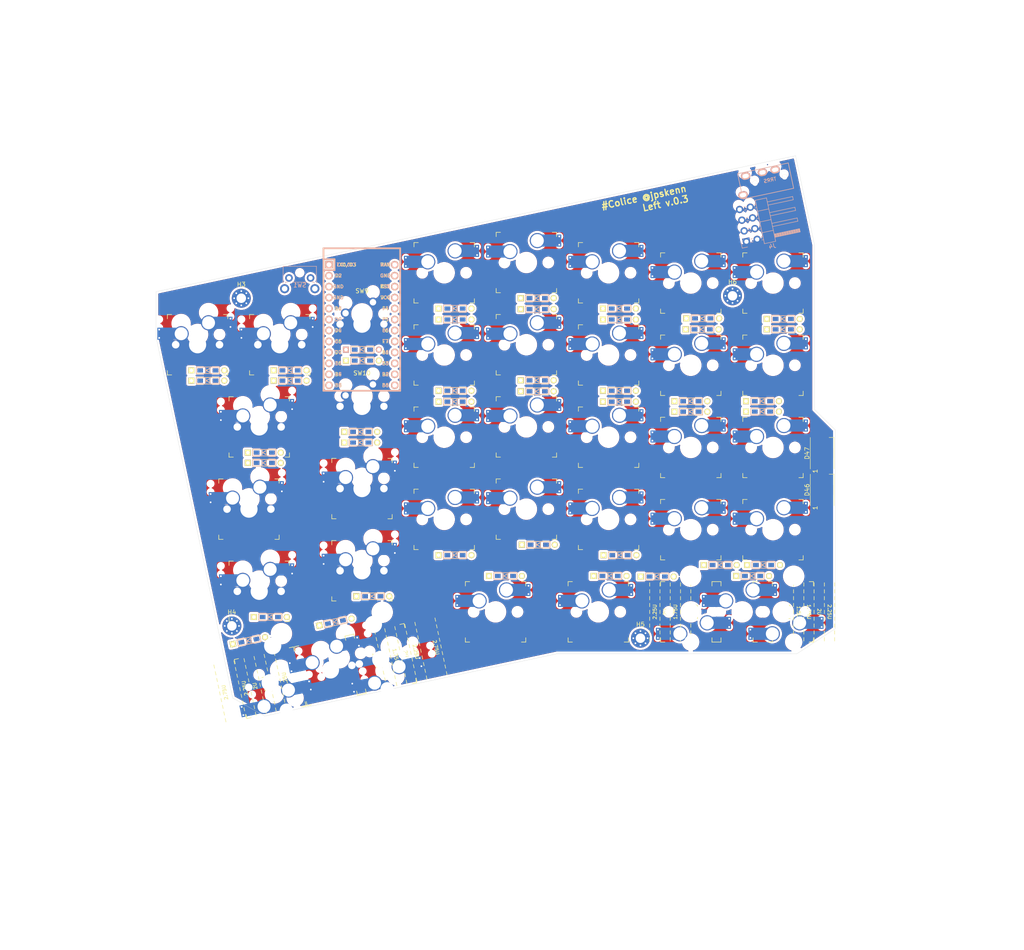
<source format=kicad_pcb>
(kicad_pcb (version 20171130) (host pcbnew "(5.1.5-0-10_14)")
  (layers (0 F.Cu signal) (31 B.Cu signal) (34 B.Paste user) (35 F.Paste user) (36 B.SilkS user) (37 F.SilkS user) (38 B.Mask user) (39 F.Mask user) (44 Edge.Cuts user))
  (net 0 "")
  (net 1 pin6)
  (net 2 pin1)
  (net 3 pin2)
  (net 4 pin3)
  (net 5 pin4)
  (net 6 pin5)
  (net 7 pin7)
  (net 8 "Net-(D8-Pad2)")
  (net 9 "Net-(D9-Pad2)")
  (net 10 "Net-(D11-Pad2)")
  (net 11 "Net-(D12-Pad2)")
  (net 12 pin8)
  (net 13 "Net-(D14-Pad2)")
  (net 14 "Net-(D17-Pad2)")
  (net 15 "Net-(D18-Pad2)")
  (net 16 pin9)
  (net 17 "Net-(D20-Pad2)")
  (net 18 "Net-(D21-Pad2)")
  (net 19 "Net-(D23-Pad2)")
  (net 20 "Net-(D24-Pad2)")
  (net 21 pin10)
  (net 22 "Net-(D26-Pad2)")
  (net 23 "Net-(D27-Pad2)")
  (net 24 "Net-(D29-Pad2)")
  (net 25 "Net-(D30-Pad2)")
  (net 26 "Net-(D32-Pad2)")
  (net 27 "Net-(D33-Pad2)")
  (net 28 "Net-(D35-Pad2)")
  (net 29 "Net-(D36-Pad2)")
  (net 30 "Net-(D38-Pad2)")
  (net 31 "Net-(D41-Pad2)")
  (net 32 "Net-(D42-Pad2)")
  (net 33 "Net-(D44-Pad2)")
  (net 34 "Net-(D45-Pad2)")
  (net 35 "Net-(D46-Pad2)")
  (net 36 "Net-(D47-Pad2)")
  (net 37 data)
  (net 38 led)
  (net 39 GND1)
  (net 40 VCC)
  (net 41 "Net-(J3-PadA)")
  (net 42 "Net-(J4-Pad6)")
  (net 43 "Net-(J4-Pad7)")
  (net 44 "Net-(J4-Pad8)")
  (net 45 reset)
  (net 46 "Net-(U1-Pad24)")
  (net 47 "Net-(D1-Pad1)")
  (net 48 "Net-(D2-Pad2)")
  (net 49 "Net-(D5-Pad2)")
  (net 50 "Net-(D6-Pad2)")
  (net 51 "Net-(D7-Pad2)")
  (net 52 "Net-(D13-Pad2)")
  (net 53 "Net-(D19-Pad2)")
  (net 54 "Net-(D25-Pad2)")
  (net 55 "Net-(D31-Pad2)")
  (net 56 "Net-(D37-Pad2)")
  (net 57 "Net-(D43-Pad2)")
  (net 58 "Net-(D3-Pad2)")
  (net 59 "Net-(D4-Pad1)")
  (net 60 "Net-(D10-Pad1)")
  (net 61 "Net-(D16-Pad1)")
  (net 62 "Net-(D22-Pad1)")
  (net 63 "Net-(D28-Pad1)")
  (net 64 "Net-(D34-Pad1)")
  (net 65 "Net-(U1-Pad5)")
  (net 66 "Net-(U1-Pad6)")
  (net 67 "Net-(U1-Pad7)")
  (net 68 "Net-(U1-Pad18)")
  (net 69 "Net-(U1-Pad19)")
  (net 70 "Net-(U1-Pad20)")
  (net 71 "Net-(D40-Pad1)")
  (module SMK_SU120:D3_TH_SMD (layer F.Cu) (at 162.306 70.104)
    (fp_text reference D34 hide)
    (fp_text value D hide)
    (pad 1 smd rect (at -1.775 0) (size 1.3 0.95) (layers F.Cu F.Paste F.Mask) (net 64 "Net-(D34-Pad1)"))
    (pad 2 smd rect (at 1.775 0) (size 1.3 0.95) (layers B.Cu B.Paste B.Mask) (net 5 pin4))
    (pad 1 smd rect (at -1.775 0) (size 1.3 0.95) (layers B.Cu B.Paste B.Mask) (net 64 "Net-(D34-Pad1)"))
    (pad 1 thru_hole rect (at -3.81 0) (size 1.397 1.397) (drill 0.8128) (layers *.Cu *.Mask F.SilkS) (net 64 "Net-(D34-Pad1)"))
    (pad 2 thru_hole circle (at 3.81 0) (size 1.397 1.397) (drill 0.8128) (layers *.Cu *.Mask F.SilkS) (net 5 pin4))
    (pad 2 smd rect (at 1.775 0) (size 1.3 0.95) (layers F.Cu F.Paste F.Mask) (net 5 pin4))
  )
  (module SMK_keebio:ArduinoProMicro (layer F.Cu) (at 83.312 71.628 270)
    (fp_text reference U1 hide)
    (fp_text value ProMicro hide)
    (fp_text user D2 (at -11.43 5.461) (layer B.SilkS) (effects (font (size 0.8 0.8)) (justify mirror)))
    (fp_text user D0 (at -1.27 5.461) (layer B.SilkS) (effects (font (size 0.8 0.8)) (justify mirror)))
    (fp_text user D1 (at -3.81 5.461) (layer B.SilkS) (effects (font (size 0.8 0.8)) (justify mirror)))
    (fp_text user GND (at -6.35 5.461) (layer B.SilkS) (effects (font (size 0.8 0.8)) (justify mirror)))
    (fp_text user GND (at -8.89 5.461) (layer B.SilkS) (effects (font (size 0.8 0.8)) (justify mirror)))
    (fp_text user D4 (at 1.27 5.461) (layer B.SilkS) (effects (font (size 0.8 0.8)) (justify mirror)))
    (fp_text user C6 (at 3.81 5.461) (layer B.SilkS) (effects (font (size 0.8 0.8)) (justify mirror)))
    (fp_text user D7 (at 6.35 5.461) (layer B.SilkS) (effects (font (size 0.8 0.8)) (justify mirror)))
    (fp_text user E6 (at 8.89 5.461) (layer B.SilkS) (effects (font (size 0.8 0.8)) (justify mirror)))
    (fp_text user B4 (at 11.43 5.461) (layer B.SilkS) (effects (font (size 0.8 0.8)) (justify mirror)))
    (fp_text user B5 (at 13.97 5.461) (layer B.SilkS) (effects (font (size 0.8 0.8)) (justify mirror)))
    (fp_text user B6 (at 13.97 -5.461) (layer B.SilkS) (effects (font (size 0.8 0.8)) (justify mirror)))
    (fp_text user B2 (at 11.43 -5.461) (layer F.SilkS) (effects (font (size 0.8 0.8))))
    (fp_text user B3 (at 8.89 -5.461) (layer B.SilkS) (effects (font (size 0.8 0.8)) (justify mirror)))
    (fp_text user B1 (at 6.35 -5.461) (layer B.SilkS) (effects (font (size 0.8 0.8)) (justify mirror)))
    (fp_text user F7 (at 3.81 -5.461) (layer F.SilkS) (effects (font (size 0.8 0.8))))
    (fp_text user F6 (at 1.27 -5.461) (layer F.SilkS) (effects (font (size 0.8 0.8))))
    (fp_text user F5 (at -1.27 -5.461) (layer F.SilkS) (effects (font (size 0.8 0.8))))
    (fp_text user F4 (at -3.81 -5.461) (layer B.SilkS) (effects (font (size 0.8 0.8)) (justify mirror)))
    (fp_text user VCC (at -6.35 -5.461) (layer B.SilkS) (effects (font (size 0.8 0.8)) (justify mirror)))
    (fp_text user GND (at -11.43 -5.461) (layer B.SilkS) (effects (font (size 0.8 0.8)) (justify mirror)))
    (fp_text user RAW (at -13.97 -5.461) (layer B.SilkS) (effects (font (size 0.8 0.8)) (justify mirror)))
    (fp_text user RAW (at -13.97 -5.461) (layer F.SilkS) (effects (font (size 0.8 0.8))))
    (fp_text user GND (at -11.43 -5.461) (layer F.SilkS) (effects (font (size 0.8 0.8))))
    (fp_text user ST (at -8.92 -5.73312) (layer F.SilkS) (effects (font (size 0.8 0.8))))
    (fp_text user VCC (at -6.35 -5.461) (layer F.SilkS) (effects (font (size 0.8 0.8))))
    (fp_text user F4 (at -3.81 -5.461) (layer F.SilkS) (effects (font (size 0.8 0.8))))
    (fp_text user F5 (at -1.27 -5.461) (layer B.SilkS) (effects (font (size 0.8 0.8)) (justify mirror)))
    (fp_text user F6 (at 1.27 -5.461) (layer B.SilkS) (effects (font (size 0.8 0.8)) (justify mirror)))
    (fp_text user F7 (at 3.81 -5.461) (layer B.SilkS) (effects (font (size 0.8 0.8)) (justify mirror)))
    (fp_text user B1 (at 6.35 -5.461) (layer F.SilkS) (effects (font (size 0.8 0.8))))
    (fp_text user B3 (at 8.89 -5.461) (layer F.SilkS) (effects (font (size 0.8 0.8))))
    (fp_text user B2 (at 11.43 -5.461) (layer B.SilkS) (effects (font (size 0.8 0.8)) (justify mirror)))
    (fp_text user B6 (at 13.97 -5.461) (layer F.SilkS) (effects (font (size 0.8 0.8))))
    (fp_text user B5 (at 13.97 5.461) (layer F.SilkS) (effects (font (size 0.8 0.8))))
    (fp_text user B4 (at 11.43 5.461) (layer F.SilkS) (effects (font (size 0.8 0.8))))
    (fp_text user E6 (at 8.89 5.461) (layer F.SilkS) (effects (font (size 0.8 0.8))))
    (fp_text user D7 (at 6.35 5.461) (layer F.SilkS) (effects (font (size 0.8 0.8))))
    (fp_text user C6 (at 3.81 5.461) (layer F.SilkS) (effects (font (size 0.8 0.8))))
    (fp_text user D4 (at 1.27 5.461) (layer F.SilkS) (effects (font (size 0.8 0.8))))
    (fp_text user GND (at -8.89 5.461) (layer F.SilkS) (effects (font (size 0.8 0.8))))
    (fp_text user GND (at -6.35 5.461) (layer F.SilkS) (effects (font (size 0.8 0.8))))
    (fp_text user D1 (at -3.81 5.461) (layer F.SilkS) (effects (font (size 0.8 0.8))))
    (fp_text user D0 (at -1.27 5.461) (layer F.SilkS) (effects (font (size 0.8 0.8))))
    (fp_text user D2 (at -11.43 5.461) (layer F.SilkS) (effects (font (size 0.8 0.8))))
    (fp_text user TX0/D3 (at -13.97 3.571872) (layer B.SilkS) (effects (font (size 0.8 0.8)) (justify mirror)))
    (fp_text user TX0/D3 (at -13.97 3.571872) (layer F.SilkS) (effects (font (size 0.8 0.8))))
    (fp_text user ST (at -8.91 -5.04) (layer B.SilkS) (effects (font (size 0.8 0.8)) (justify mirror)))
    (pad 1 thru_hole rect (at -13.97 7.62 270) (size 1.7526 1.7526) (drill 1.0922) (layers *.Cu *.SilkS *.Mask) (net 38 led))
    (pad 2 thru_hole circle (at -11.43 7.62 270) (size 1.7526 1.7526) (drill 1.0922) (layers *.Cu *.SilkS *.Mask) (net 37 data))
    (pad 3 thru_hole circle (at -8.89 7.62 270) (size 1.7526 1.7526) (drill 1.0922) (layers *.Cu *.SilkS *.Mask) (net 39 GND1))
    (pad 4 thru_hole circle (at -6.35 7.62 270) (size 1.7526 1.7526) (drill 1.0922) (layers *.Cu *.SilkS *.Mask) (net 39 GND1))
    (pad 5 thru_hole circle (at -3.81 7.62 270) (size 1.7526 1.7526) (drill 1.0922) (layers *.Cu *.SilkS *.Mask) (net 65 "Net-(U1-Pad5)"))
    (pad 6 thru_hole circle (at -1.27 7.62 270) (size 1.7526 1.7526) (drill 1.0922) (layers *.Cu *.SilkS *.Mask) (net 66 "Net-(U1-Pad6)"))
    (pad 7 thru_hole circle (at 1.27 7.62 270) (size 1.7526 1.7526) (drill 1.0922) (layers *.Cu *.SilkS *.Mask) (net 67 "Net-(U1-Pad7)"))
    (pad 8 thru_hole circle (at 3.81 7.62 270) (size 1.7526 1.7526) (drill 1.0922) (layers *.Cu *.SilkS *.Mask) (net 1 pin6))
    (pad 9 thru_hole circle (at 6.35 7.62 270) (size 1.7526 1.7526) (drill 1.0922) (layers *.Cu *.SilkS *.Mask) (net 7 pin7))
    (pad 10 thru_hole circle (at 8.89 7.62 270) (size 1.7526 1.7526) (drill 1.0922) (layers *.Cu *.SilkS *.Mask) (net 12 pin8))
    (pad 11 thru_hole circle (at 11.43 7.62 270) (size 1.7526 1.7526) (drill 1.0922) (layers *.Cu *.SilkS *.Mask) (net 16 pin9))
    (pad 13 thru_hole circle (at 13.97 -7.62 270) (size 1.7526 1.7526) (drill 1.0922) (layers *.Cu *.SilkS *.Mask) (net 6 pin5))
    (pad 14 thru_hole circle (at 11.43 -7.62 270) (size 1.7526 1.7526) (drill 1.0922) (layers *.Cu *.SilkS *.Mask) (net 5 pin4))
    (pad 15 thru_hole circle (at 8.89 -7.62 270) (size 1.7526 1.7526) (drill 1.0922) (layers *.Cu *.SilkS *.Mask) (net 4 pin3))
    (pad 16 thru_hole circle (at 6.35 -7.62 270) (size 1.7526 1.7526) (drill 1.0922) (layers *.Cu *.SilkS *.Mask) (net 3 pin2))
    (pad 17 thru_hole circle (at 3.81 -7.62 270) (size 1.7526 1.7526) (drill 1.0922) (layers *.Cu *.SilkS *.Mask) (net 2 pin1))
    (pad 18 thru_hole circle (at 1.27 -7.62 270) (size 1.7526 1.7526) (drill 1.0922) (layers *.Cu *.SilkS *.Mask) (net 68 "Net-(U1-Pad18)"))
    (pad 19 thru_hole circle (at -1.27 -7.62 270) (size 1.7526 1.7526) (drill 1.0922) (layers *.Cu *.SilkS *.Mask) (net 69 "Net-(U1-Pad19)"))
    (pad 20 thru_hole circle (at -3.81 -7.62 270) (size 1.7526 1.7526) (drill 1.0922) (layers *.Cu *.SilkS *.Mask) (net 70 "Net-(U1-Pad20)"))
    (pad 21 thru_hole circle (at -6.35 -7.62 270) (size 1.7526 1.7526) (drill 1.0922) (layers *.Cu *.SilkS *.Mask) (net 40 VCC))
    (pad 22 thru_hole circle (at -8.89 -7.62 270) (size 1.7526 1.7526) (drill 1.0922) (layers *.Cu *.SilkS *.Mask) (net 45 reset))
    (pad 23 thru_hole circle (at -11.43 -7.62 270) (size 1.7526 1.7526) (drill 1.0922) (layers *.Cu *.SilkS *.Mask) (net 39 GND1))
    (pad 12 thru_hole circle (at 13.97 7.62 270) (size 1.7526 1.7526) (drill 1.0922) (layers *.Cu *.SilkS *.Mask) (net 21 pin10))
    (pad 24 thru_hole circle (at -13.97 -7.62 270) (size 1.7526 1.7526) (drill 1.0922) (layers *.Cu *.SilkS *.Mask) (net 46 "Net-(U1-Pad24)"))
  )
  (module SMK_SU120:D3_TH_SMD (layer F.Cu) (at 180.975 70.231)
    (fp_text reference D40 hide)
    (fp_text value D hide)
    (pad 2 smd rect (at 1.775 0) (size 1.3 0.95) (layers F.Cu F.Paste F.Mask) (net 6 pin5))
    (pad 2 thru_hole circle (at 3.81 0) (size 1.397 1.397) (drill 0.8128) (layers *.Cu *.Mask F.SilkS) (net 6 pin5))
    (pad 1 thru_hole rect (at -3.81 0) (size 1.397 1.397) (drill 0.8128) (layers *.Cu *.Mask F.SilkS) (net 71 "Net-(D40-Pad1)"))
    (pad 1 smd rect (at -1.775 0) (size 1.3 0.95) (layers B.Cu B.Paste B.Mask) (net 71 "Net-(D40-Pad1)"))
    (pad 2 smd rect (at 1.775 0) (size 1.3 0.95) (layers B.Cu B.Paste B.Mask) (net 6 pin5))
    (pad 1 smd rect (at -1.775 0) (size 1.3 0.95) (layers F.Cu F.Paste F.Mask) (net 71 "Net-(D40-Pad1)"))
  )
  (module SMK_SU120:D3_TH_SMD (layer F.Cu) (at 60.706 101.20355)
    (fp_text reference D6 hide)
    (fp_text value D hide)
    (pad 2 smd rect (at 1.775 0) (size 1.3 0.95) (layers F.Cu F.Paste F.Mask) (net 50 "Net-(D6-Pad2)"))
    (pad 2 thru_hole circle (at 3.81 0) (size 1.397 1.397) (drill 0.8128) (layers *.Cu *.Mask F.SilkS) (net 50 "Net-(D6-Pad2)"))
    (pad 1 thru_hole rect (at -3.81 0) (size 1.397 1.397) (drill 0.8128) (layers *.Cu *.Mask F.SilkS) (net 3 pin2))
    (pad 1 smd rect (at -1.775 0) (size 1.3 0.95) (layers B.Cu B.Paste B.Mask) (net 3 pin2))
    (pad 2 smd rect (at 1.775 0) (size 1.3 0.95) (layers B.Cu B.Paste B.Mask) (net 50 "Net-(D6-Pad2)"))
    (pad 1 smd rect (at -1.775 0) (size 1.3 0.95) (layers F.Cu F.Paste F.Mask) (net 3 pin2))
  )
  (module SMK_foostan:CherryMX_Hotswap_v2 (layer F.Cu) (at 76.036645 151.56705 12)
    (fp_text reference SW8)
    (fp_text value SW_Push)
    (pad 2 smd rect (at 5.842 -5.08 12) (size 4.5 2.8) (layers B.Cu) (net 9 "Net-(D9-Pad2)"))
    (pad 1 smd rect (at -7.085 -2.54 12) (size 4.5 2.8) (layers B.Cu) (net 59 "Net-(D4-Pad1)"))
    (pad 2 thru_hole circle (at 7.62 -4.118 12) (size 0.8 0.8) (drill 0.4) (layers *.Cu) (net 9 "Net-(D9-Pad2)"))
    (pad 1 thru_hole circle (at -8.89 -1.578 12) (size 0.8 0.8) (drill 0.4) (layers *.Cu) (net 59 "Net-(D4-Pad1)"))
    (pad 2 thru_hole circle (at 7.62 -6.042 12) (size 0.8 0.8) (drill 0.4) (layers *.Cu) (net 9 "Net-(D9-Pad2)"))
    (pad 1 thru_hole circle (at -8.89 -3.502 12) (size 0.8 0.8) (drill 0.4) (layers *.Cu) (net 59 "Net-(D4-Pad1)"))
    (pad 2 smd rect (at 5.815 -5.08 12) (size 2.55 2.8) (layers B.Cu B.Paste B.Mask) (net 9 "Net-(D9-Pad2)"))
    (pad 1 smd rect (at -7.084999 -2.54 12) (size 2.55 2.8) (layers B.Cu B.Paste B.Mask) (net 59 "Net-(D4-Pad1)"))
    (pad "" np_thru_hole circle (at 5.08 0 60.0996) (size 1.75 1.75) (drill 1.75) (layers *.Cu *.Mask))
    (pad "" np_thru_hole circle (at -5.08 0 60.0996) (size 1.75 1.75) (drill 1.75) (layers *.Cu *.Mask))
    (pad 1 thru_hole circle (at -3.81 -2.54 12) (size 3.5 3.5) (drill 3) (layers *.Cu) (net 59 "Net-(D4-Pad1)"))
    (pad "" np_thru_hole circle (at 0 0 12) (size 3.9878 3.9878) (drill 3.9878) (layers *.Cu *.Mask))
    (pad 2 thru_hole circle (at 2.54 -5.08 12) (size 3.5 3.5) (drill 3) (layers *.Cu) (net 9 "Net-(D9-Pad2)"))
  )
  (module SMK_SU120:CherryMX_MidHeight_Choc_Hotswap_2.75U_Outline (layer F.Cu) (at 76.036645 151.56705 192)
    (fp_text reference H2 hide)
    (fp_text value MountingHole hide)
    (fp_text user 2.75U (at -25.003125 0 282 unlocked) (layer F.SilkS) (effects (font (size 0.8 0.8))))
    (fp_text user 2.25U (at -20.240625 0 282 unlocked) (layer F.SilkS) (effects (font (size 0.8 0.8))))
    (fp_text user 2U (at -17.859375 0 282 unlocked) (layer F.SilkS) (effects (font (size 0.8 0.8))))
    (fp_text user 1.75U (at -15.478125 0 282 unlocked) (layer F.SilkS) (effects (font (size 0.8 0.8))))
    (fp_text user 1.5U (at -13.096875 0 282 unlocked) (layer F.SilkS) (effects (font (size 0.8 0.8))))
    (fp_text user 1.25U (at -10.715625 0 282 unlocked) (layer F.SilkS) (effects (font (size 0.8 0.8))))
    (fp_text user 2.75U (at 25.003125 0 102 unlocked) (layer F.SilkS) (effects (font (size 0.8 0.8))))
    (fp_text user 2.25U (at 20.240625 0 102 unlocked) (layer F.SilkS) (effects (font (size 0.8 0.8))))
    (fp_text user 2U (at 17.859375 0 102 unlocked) (layer F.SilkS) (effects (font (size 0.8 0.8))))
    (fp_text user 1.5U (at 13.096875 0 102 unlocked) (layer F.SilkS) (effects (font (size 0.8 0.8))))
    (fp_text user 1.75U (at 15.478125 0 102 unlocked) (layer F.SilkS) (effects (font (size 0.8 0.8))))
    (fp_text user 1.25U (at 10.715625 0 102 unlocked) (layer F.SilkS) (effects (font (size 0.8 0.8))))
    (pad "" np_thru_hole circle (at 11.938 8.255 192) (size 3.9878 3.9878) (drill 3.9878) (layers *.Cu *.Mask))
    (pad "" np_thru_hole circle (at -11.938 8.255 192) (size 3.9878 3.9878) (drill 3.9878) (layers *.Cu *.Mask))
    (pad "" np_thru_hole circle (at 11.938 -6.985 192) (size 3.048 3.048) (drill 3.048) (layers *.Cu *.Mask))
    (pad "" np_thru_hole circle (at -11.938 -6.985 192) (size 3.048 3.048) (drill 3.048) (layers *.Cu *.Mask))
  )
  (module SMK_SU120:D3_TH_SMD (layer F.Cu) (at 104.902 67.818)
    (fp_text reference D16 hide)
    (fp_text value D hide)
    (pad 2 smd rect (at 1.775 0) (size 1.3 0.95) (layers F.Cu F.Paste F.Mask) (net 2 pin1))
    (pad 2 thru_hole circle (at 3.81 0) (size 1.397 1.397) (drill 0.8128) (layers *.Cu *.Mask F.SilkS) (net 2 pin1))
    (pad 1 thru_hole rect (at -3.81 0) (size 1.397 1.397) (drill 0.8128) (layers *.Cu *.Mask F.SilkS) (net 61 "Net-(D16-Pad1)"))
    (pad 1 smd rect (at -1.775 0) (size 1.3 0.95) (layers B.Cu B.Paste B.Mask) (net 61 "Net-(D16-Pad1)"))
    (pad 2 smd rect (at 1.775 0) (size 1.3 0.95) (layers B.Cu B.Paste B.Mask) (net 2 pin1))
    (pad 1 smd rect (at -1.775 0) (size 1.3 0.95) (layers F.Cu F.Paste F.Mask) (net 61 "Net-(D16-Pad1)"))
  )
  (module SMK_SU120:D3_TH_SMD (layer F.Cu) (at 83.439 79.883)
    (fp_text reference D11 hide)
    (fp_text value D hide)
    (pad 2 smd rect (at 1.775 0) (size 1.3 0.95) (layers F.Cu F.Paste F.Mask) (net 10 "Net-(D11-Pad2)"))
    (pad 2 thru_hole circle (at 3.81 0) (size 1.397 1.397) (drill 0.8128) (layers *.Cu *.Mask F.SilkS) (net 10 "Net-(D11-Pad2)"))
    (pad 1 thru_hole rect (at -3.81 0) (size 1.397 1.397) (drill 0.8128) (layers *.Cu *.Mask F.SilkS) (net 2 pin1))
    (pad 1 smd rect (at -1.775 0) (size 1.3 0.95) (layers B.Cu B.Paste B.Mask) (net 2 pin1))
    (pad 2 smd rect (at 1.775 0) (size 1.3 0.95) (layers B.Cu B.Paste B.Mask) (net 10 "Net-(D11-Pad2)"))
    (pad 1 smd rect (at -1.775 0) (size 1.3 0.95) (layers F.Cu F.Paste F.Mask) (net 2 pin1))
  )
  (module SMK_foostan:CherryMX_Hotswap_v2 (layer F.Cu) (at 45.24375 76.20032)
    (fp_text reference SW2)
    (fp_text value SW_Push)
    (pad 2 thru_hole circle (at 2.54 -5.08) (size 3.5 3.5) (drill 3) (layers *.Cu) (net 48 "Net-(D2-Pad2)"))
    (pad "" np_thru_hole circle (at 0 0) (size 3.9878 3.9878) (drill 3.9878) (layers *.Cu *.Mask))
    (pad 1 thru_hole circle (at -3.81 -2.54) (size 3.5 3.5) (drill 3) (layers *.Cu) (net 47 "Net-(D1-Pad1)"))
    (pad "" np_thru_hole circle (at -5.08 0 48.0996) (size 1.75 1.75) (drill 1.75) (layers *.Cu *.Mask))
    (pad "" np_thru_hole circle (at 5.08 0 48.0996) (size 1.75 1.75) (drill 1.75) (layers *.Cu *.Mask))
    (pad 1 smd rect (at -7.085 -2.54) (size 2.55 2.8) (layers B.Cu B.Paste B.Mask) (net 47 "Net-(D1-Pad1)"))
    (pad 2 smd rect (at 5.815 -5.08) (size 2.55 2.8) (layers B.Cu B.Paste B.Mask) (net 48 "Net-(D2-Pad2)"))
    (pad 1 thru_hole circle (at -8.89 -3.502) (size 0.8 0.8) (drill 0.4) (layers *.Cu) (net 47 "Net-(D1-Pad1)"))
    (pad 2 thru_hole circle (at 7.62 -6.042) (size 0.8 0.8) (drill 0.4) (layers *.Cu) (net 48 "Net-(D2-Pad2)"))
    (pad 1 thru_hole circle (at -8.89 -1.578) (size 0.8 0.8) (drill 0.4) (layers *.Cu) (net 47 "Net-(D1-Pad1)"))
    (pad 2 thru_hole circle (at 7.62 -4.118) (size 0.8 0.8) (drill 0.4) (layers *.Cu) (net 48 "Net-(D2-Pad2)"))
    (pad 1 smd rect (at -7.085 -2.54) (size 4.5 2.8) (layers B.Cu) (net 47 "Net-(D1-Pad1)"))
    (pad 2 smd rect (at 5.842 -5.08) (size 4.5 2.8) (layers B.Cu) (net 48 "Net-(D2-Pad2)"))
  )
  (module SMK_SU120:D3_TH_SMD (layer F.Cu) (at 47.625 82.15347)
    (fp_text reference D1 hide)
    (fp_text value D hide)
    (pad 2 smd rect (at 1.775 0) (size 1.3 0.95) (layers F.Cu F.Paste F.Mask) (net 12 pin8))
    (pad 2 thru_hole circle (at 3.81 0) (size 1.397 1.397) (drill 0.8128) (layers *.Cu *.Mask F.SilkS) (net 12 pin8))
    (pad 1 thru_hole rect (at -3.81 0) (size 1.397 1.397) (drill 0.8128) (layers *.Cu *.Mask F.SilkS) (net 47 "Net-(D1-Pad1)"))
    (pad 1 smd rect (at -1.775 0) (size 1.3 0.95) (layers B.Cu B.Paste B.Mask) (net 47 "Net-(D1-Pad1)"))
    (pad 2 smd rect (at 1.775 0) (size 1.3 0.95) (layers B.Cu B.Paste B.Mask) (net 12 pin8))
    (pad 1 smd rect (at -1.775 0) (size 1.3 0.95) (layers F.Cu F.Paste F.Mask) (net 47 "Net-(D1-Pad1)"))
  )
  (module SMK_SU120:D3_TH_SMD (layer F.Cu) (at 47.625 84.53473)
    (fp_text reference D2 hide)
    (fp_text value D hide)
    (pad 2 smd rect (at 1.775 0) (size 1.3 0.95) (layers F.Cu F.Paste F.Mask) (net 48 "Net-(D2-Pad2)"))
    (pad 2 thru_hole circle (at 3.81 0) (size 1.397 1.397) (drill 0.8128) (layers *.Cu *.Mask F.SilkS) (net 48 "Net-(D2-Pad2)"))
    (pad 1 thru_hole rect (at -3.81 0) (size 1.397 1.397) (drill 0.8128) (layers *.Cu *.Mask F.SilkS) (net 2 pin1))
    (pad 1 smd rect (at -1.775 0) (size 1.3 0.95) (layers B.Cu B.Paste B.Mask) (net 2 pin1))
    (pad 2 smd rect (at 1.775 0) (size 1.3 0.95) (layers B.Cu B.Paste B.Mask) (net 48 "Net-(D2-Pad2)"))
    (pad 1 smd rect (at -1.775 0) (size 1.3 0.95) (layers F.Cu F.Paste F.Mask) (net 2 pin1))
  )
  (module SMK_SU120:D3_TH_SMD (layer F.Cu) (at 66.675 82.153471)
    (fp_text reference D4 hide)
    (fp_text value D hide)
    (pad 1 smd rect (at -1.775 0) (size 1.3 0.95) (layers F.Cu F.Paste F.Mask) (net 59 "Net-(D4-Pad1)"))
    (pad 2 smd rect (at 1.775 0) (size 1.3 0.95) (layers B.Cu B.Paste B.Mask) (net 16 pin9))
    (pad 1 smd rect (at -1.775 0) (size 1.3 0.95) (layers B.Cu B.Paste B.Mask) (net 59 "Net-(D4-Pad1)"))
    (pad 1 thru_hole rect (at -3.81 0) (size 1.397 1.397) (drill 0.8128) (layers *.Cu *.Mask F.SilkS) (net 59 "Net-(D4-Pad1)"))
    (pad 2 thru_hole circle (at 3.81 0) (size 1.397 1.397) (drill 0.8128) (layers *.Cu *.Mask F.SilkS) (net 16 pin9))
    (pad 2 smd rect (at 1.775 0) (size 1.3 0.95) (layers F.Cu F.Paste F.Mask) (net 16 pin9))
  )
  (module SMK_SU120:D3_TH_SMD (layer F.Cu) (at 66.675 84.53473)
    (fp_text reference D5 hide)
    (fp_text value D hide)
    (pad 2 smd rect (at 1.775 0) (size 1.3 0.95) (layers F.Cu F.Paste F.Mask) (net 49 "Net-(D5-Pad2)"))
    (pad 2 thru_hole circle (at 3.81 0) (size 1.397 1.397) (drill 0.8128) (layers *.Cu *.Mask F.SilkS) (net 49 "Net-(D5-Pad2)"))
    (pad 1 thru_hole rect (at -3.81 0) (size 1.397 1.397) (drill 0.8128) (layers *.Cu *.Mask F.SilkS) (net 2 pin1))
    (pad 1 smd rect (at -1.775 0) (size 1.3 0.95) (layers B.Cu B.Paste B.Mask) (net 2 pin1))
    (pad 2 smd rect (at 1.775 0) (size 1.3 0.95) (layers B.Cu B.Paste B.Mask) (net 49 "Net-(D5-Pad2)"))
    (pad 1 smd rect (at -1.775 0) (size 1.3 0.95) (layers F.Cu F.Paste F.Mask) (net 2 pin1))
  )
  (module SMK_SU120:D3_TH_SMD (layer F.Cu) (at 60.706 103.58481)
    (fp_text reference D7 hide)
    (fp_text value D hide)
    (pad 2 smd rect (at 1.775 0) (size 1.3 0.95) (layers F.Cu F.Paste F.Mask) (net 51 "Net-(D7-Pad2)"))
    (pad 2 thru_hole circle (at 3.81 0) (size 1.397 1.397) (drill 0.8128) (layers *.Cu *.Mask F.SilkS) (net 51 "Net-(D7-Pad2)"))
    (pad 1 thru_hole rect (at -3.81 0) (size 1.397 1.397) (drill 0.8128) (layers *.Cu *.Mask F.SilkS) (net 4 pin3))
    (pad 1 smd rect (at -1.775 0) (size 1.3 0.95) (layers B.Cu B.Paste B.Mask) (net 4 pin3))
    (pad 2 smd rect (at 1.775 0) (size 1.3 0.95) (layers B.Cu B.Paste B.Mask) (net 51 "Net-(D7-Pad2)"))
    (pad 1 smd rect (at -1.775 0) (size 1.3 0.95) (layers F.Cu F.Paste F.Mask) (net 4 pin3))
  )
  (module SMK_SU120:D3_TH_SMD (layer F.Cu) (at 62.103 139.303709)
    (fp_text reference D8 hide)
    (fp_text value D hide)
    (pad 2 smd rect (at 1.775 0) (size 1.3 0.95) (layers F.Cu F.Paste F.Mask) (net 8 "Net-(D8-Pad2)"))
    (pad 2 thru_hole circle (at 3.81 0) (size 1.397 1.397) (drill 0.8128) (layers *.Cu *.Mask F.SilkS) (net 8 "Net-(D8-Pad2)"))
    (pad 1 thru_hole rect (at -3.81 0) (size 1.397 1.397) (drill 0.8128) (layers *.Cu *.Mask F.SilkS) (net 5 pin4))
    (pad 1 smd rect (at -1.775 0) (size 1.3 0.95) (layers B.Cu B.Paste B.Mask) (net 5 pin4))
    (pad 2 smd rect (at 1.775 0) (size 1.3 0.95) (layers B.Cu B.Paste B.Mask) (net 8 "Net-(D8-Pad2)"))
    (pad 1 smd rect (at -1.775 0) (size 1.3 0.95) (layers F.Cu F.Paste F.Mask) (net 5 pin4))
  )
  (module SMK_SU120:D3_TH_SMD (layer F.Cu) (at 77.1906 140.462 12)
    (fp_text reference D9 hide)
    (fp_text value D hide)
    (pad 2 smd rect (at 1.775 0 12) (size 1.3 0.95) (layers F.Cu F.Paste F.Mask) (net 9 "Net-(D9-Pad2)"))
    (pad 2 thru_hole circle (at 3.81 0 12) (size 1.397 1.397) (drill 0.8128) (layers *.Cu *.Mask F.SilkS) (net 9 "Net-(D9-Pad2)"))
    (pad 1 thru_hole rect (at -3.81 0 12) (size 1.397 1.397) (drill 0.8128) (layers *.Cu *.Mask F.SilkS) (net 6 pin5))
    (pad 1 smd rect (at -1.775 0 12) (size 1.3 0.95) (layers B.Cu B.Paste B.Mask) (net 6 pin5))
    (pad 2 smd rect (at 1.775 0 12) (size 1.3 0.95) (layers B.Cu B.Paste B.Mask) (net 9 "Net-(D9-Pad2)"))
    (pad 1 smd rect (at -1.775 0 12) (size 1.3 0.95) (layers F.Cu F.Paste F.Mask) (net 6 pin5))
  )
  (module SMK_SU120:D3_TH_SMD (layer B.Cu) (at 83.439 77.343)
    (fp_text reference D10 hide)
    (fp_text value D hide)
    (pad 2 smd rect (at 1.775 0) (size 1.3 0.95) (layers B.Cu B.Paste B.Mask) (net 21 pin10))
    (pad 2 thru_hole circle (at 3.81 0) (size 1.397 1.397) (drill 0.8128) (layers *.Cu *.Mask B.SilkS) (net 21 pin10))
    (pad 1 thru_hole rect (at -3.81 0) (size 1.397 1.397) (drill 0.8128) (layers *.Cu *.Mask B.SilkS) (net 60 "Net-(D10-Pad1)"))
    (pad 1 smd rect (at -1.775 0) (size 1.3 0.95) (layers F.Cu F.Paste F.Mask) (net 60 "Net-(D10-Pad1)"))
    (pad 2 smd rect (at 1.775 0) (size 1.3 0.95) (layers F.Cu F.Paste F.Mask) (net 21 pin10))
    (pad 1 smd rect (at -1.775 0) (size 1.3 0.95) (layers B.Cu B.Paste B.Mask) (net 60 "Net-(D10-Pad1)"))
  )
  (module SMK_SU120:D3_TH_SMD (layer F.Cu) (at 83.058 96.393)
    (fp_text reference D12 hide)
    (fp_text value D hide)
    (pad 2 smd rect (at 1.775 0) (size 1.3 0.95) (layers F.Cu F.Paste F.Mask) (net 11 "Net-(D12-Pad2)"))
    (pad 2 thru_hole circle (at 3.81 0) (size 1.397 1.397) (drill 0.8128) (layers *.Cu *.Mask F.SilkS) (net 11 "Net-(D12-Pad2)"))
    (pad 1 thru_hole rect (at -3.81 0) (size 1.397 1.397) (drill 0.8128) (layers *.Cu *.Mask F.SilkS) (net 3 pin2))
    (pad 1 smd rect (at -1.775 0) (size 1.3 0.95) (layers B.Cu B.Paste B.Mask) (net 3 pin2))
    (pad 2 smd rect (at 1.775 0) (size 1.3 0.95) (layers B.Cu B.Paste B.Mask) (net 11 "Net-(D12-Pad2)"))
    (pad 1 smd rect (at -1.775 0) (size 1.3 0.95) (layers F.Cu F.Paste F.Mask) (net 3 pin2))
  )
  (module SMK_SU120:D3_TH_SMD (layer F.Cu) (at 83.058 98.869499)
    (fp_text reference D13 hide)
    (fp_text value D hide)
    (pad 2 smd rect (at 1.775 0) (size 1.3 0.95) (layers F.Cu F.Paste F.Mask) (net 52 "Net-(D13-Pad2)"))
    (pad 2 thru_hole circle (at 3.81 0) (size 1.397 1.397) (drill 0.8128) (layers *.Cu *.Mask F.SilkS) (net 52 "Net-(D13-Pad2)"))
    (pad 1 thru_hole rect (at -3.81 0) (size 1.397 1.397) (drill 0.8128) (layers *.Cu *.Mask F.SilkS) (net 4 pin3))
    (pad 1 smd rect (at -1.775 0) (size 1.3 0.95) (layers B.Cu B.Paste B.Mask) (net 4 pin3))
    (pad 2 smd rect (at 1.775 0) (size 1.3 0.95) (layers B.Cu B.Paste B.Mask) (net 52 "Net-(D13-Pad2)"))
    (pad 1 smd rect (at -1.775 0) (size 1.3 0.95) (layers F.Cu F.Paste F.Mask) (net 4 pin3))
  )
  (module SMK_SU120:D3_TH_SMD (layer F.Cu) (at 85.852 134.493)
    (fp_text reference D14 hide)
    (fp_text value D hide)
    (pad 2 smd rect (at 1.775 0) (size 1.3 0.95) (layers F.Cu F.Paste F.Mask) (net 13 "Net-(D14-Pad2)"))
    (pad 2 thru_hole circle (at 3.81 0) (size 1.397 1.397) (drill 0.8128) (layers *.Cu *.Mask F.SilkS) (net 13 "Net-(D14-Pad2)"))
    (pad 1 thru_hole rect (at -3.81 0) (size 1.397 1.397) (drill 0.8128) (layers *.Cu *.Mask F.SilkS) (net 5 pin4))
    (pad 1 smd rect (at -1.775 0) (size 1.3 0.95) (layers B.Cu B.Paste B.Mask) (net 5 pin4))
    (pad 2 smd rect (at 1.775 0) (size 1.3 0.95) (layers B.Cu B.Paste B.Mask) (net 13 "Net-(D14-Pad2)"))
    (pad 1 smd rect (at -1.775 0) (size 1.3 0.95) (layers F.Cu F.Paste F.Mask) (net 5 pin4))
  )
  (module SMK_SU120:D3_TH_SMD (layer F.Cu) (at 104.902 70.358)
    (fp_text reference D17 hide)
    (fp_text value D hide)
    (pad 2 smd rect (at 1.775 0) (size 1.3 0.95) (layers F.Cu F.Paste F.Mask) (net 14 "Net-(D17-Pad2)"))
    (pad 2 thru_hole circle (at 3.81 0) (size 1.397 1.397) (drill 0.8128) (layers *.Cu *.Mask F.SilkS) (net 14 "Net-(D17-Pad2)"))
    (pad 1 thru_hole rect (at -3.81 0) (size 1.397 1.397) (drill 0.8128) (layers *.Cu *.Mask F.SilkS) (net 1 pin6))
    (pad 1 smd rect (at -1.775 0) (size 1.3 0.95) (layers B.Cu B.Paste B.Mask) (net 1 pin6))
    (pad 2 smd rect (at 1.775 0) (size 1.3 0.95) (layers B.Cu B.Paste B.Mask) (net 14 "Net-(D17-Pad2)"))
    (pad 1 smd rect (at -1.775 0) (size 1.3 0.95) (layers F.Cu F.Paste F.Mask) (net 1 pin6))
  )
  (module SMK_SU120:D3_TH_SMD (layer F.Cu) (at 104.902 86.868)
    (fp_text reference D18 hide)
    (fp_text value D hide)
    (pad 2 smd rect (at 1.775 0) (size 1.3 0.95) (layers F.Cu F.Paste F.Mask) (net 15 "Net-(D18-Pad2)"))
    (pad 2 thru_hole circle (at 3.81 0) (size 1.397 1.397) (drill 0.8128) (layers *.Cu *.Mask F.SilkS) (net 15 "Net-(D18-Pad2)"))
    (pad 1 thru_hole rect (at -3.81 0) (size 1.397 1.397) (drill 0.8128) (layers *.Cu *.Mask F.SilkS) (net 7 pin7))
    (pad 1 smd rect (at -1.775 0) (size 1.3 0.95) (layers B.Cu B.Paste B.Mask) (net 7 pin7))
    (pad 2 smd rect (at 1.775 0) (size 1.3 0.95) (layers B.Cu B.Paste B.Mask) (net 15 "Net-(D18-Pad2)"))
    (pad 1 smd rect (at -1.775 0) (size 1.3 0.95) (layers F.Cu F.Paste F.Mask) (net 7 pin7))
  )
  (module SMK_SU120:D3_TH_SMD (layer F.Cu) (at 104.902 89.408)
    (fp_text reference D19 hide)
    (fp_text value D hide)
    (pad 2 smd rect (at 1.775 0) (size 1.3 0.95) (layers F.Cu F.Paste F.Mask) (net 53 "Net-(D19-Pad2)"))
    (pad 2 thru_hole circle (at 3.81 0) (size 1.397 1.397) (drill 0.8128) (layers *.Cu *.Mask F.SilkS) (net 53 "Net-(D19-Pad2)"))
    (pad 1 thru_hole rect (at -3.81 0) (size 1.397 1.397) (drill 0.8128) (layers *.Cu *.Mask F.SilkS) (net 12 pin8))
    (pad 1 smd rect (at -1.775 0) (size 1.3 0.95) (layers B.Cu B.Paste B.Mask) (net 12 pin8))
    (pad 2 smd rect (at 1.775 0) (size 1.3 0.95) (layers B.Cu B.Paste B.Mask) (net 53 "Net-(D19-Pad2)"))
    (pad 1 smd rect (at -1.775 0) (size 1.3 0.95) (layers F.Cu F.Paste F.Mask) (net 12 pin8))
  )
  (module SMK_SU120:D3_TH_SMD (layer F.Cu) (at 104.902 124.968001)
    (fp_text reference D20 hide)
    (fp_text value D hide)
    (pad 2 smd rect (at 1.775 0) (size 1.3 0.95) (layers F.Cu F.Paste F.Mask) (net 17 "Net-(D20-Pad2)"))
    (pad 2 thru_hole circle (at 3.81 0) (size 1.397 1.397) (drill 0.8128) (layers *.Cu *.Mask F.SilkS) (net 17 "Net-(D20-Pad2)"))
    (pad 1 thru_hole rect (at -3.81 0) (size 1.397 1.397) (drill 0.8128) (layers *.Cu *.Mask F.SilkS) (net 16 pin9))
    (pad 1 smd rect (at -1.775 0) (size 1.3 0.95) (layers B.Cu B.Paste B.Mask) (net 16 pin9))
    (pad 2 smd rect (at 1.775 0) (size 1.3 0.95) (layers B.Cu B.Paste B.Mask) (net 17 "Net-(D20-Pad2)"))
    (pad 1 smd rect (at -1.775 0) (size 1.3 0.95) (layers F.Cu F.Paste F.Mask) (net 16 pin9))
  )
  (module SMK_SU120:D3_TH_SMD (layer F.Cu) (at 116.586 129.794)
    (fp_text reference D21 hide)
    (fp_text value D hide)
    (pad 2 smd rect (at 1.775 0) (size 1.3 0.95) (layers F.Cu F.Paste F.Mask) (net 18 "Net-(D21-Pad2)"))
    (pad 2 thru_hole circle (at 3.81 0) (size 1.397 1.397) (drill 0.8128) (layers *.Cu *.Mask F.SilkS) (net 18 "Net-(D21-Pad2)"))
    (pad 1 thru_hole rect (at -3.81 0) (size 1.397 1.397) (drill 0.8128) (layers *.Cu *.Mask F.SilkS) (net 21 pin10))
    (pad 1 smd rect (at -1.775 0) (size 1.3 0.95) (layers B.Cu B.Paste B.Mask) (net 21 pin10))
    (pad 2 smd rect (at 1.775 0) (size 1.3 0.95) (layers B.Cu B.Paste B.Mask) (net 18 "Net-(D21-Pad2)"))
    (pad 1 smd rect (at -1.775 0) (size 1.3 0.95) (layers F.Cu F.Paste F.Mask) (net 21 pin10))
  )
  (module SMK_SU120:D3_TH_SMD (layer F.Cu) (at 123.952 65.405)
    (fp_text reference D22 hide)
    (fp_text value D hide)
    (pad 1 smd rect (at -1.775 0) (size 1.3 0.95) (layers F.Cu F.Paste F.Mask) (net 62 "Net-(D22-Pad1)"))
    (pad 2 smd rect (at 1.775 0) (size 1.3 0.95) (layers B.Cu B.Paste B.Mask) (net 3 pin2))
    (pad 1 smd rect (at -1.775 0) (size 1.3 0.95) (layers B.Cu B.Paste B.Mask) (net 62 "Net-(D22-Pad1)"))
    (pad 1 thru_hole rect (at -3.81 0) (size 1.397 1.397) (drill 0.8128) (layers *.Cu *.Mask F.SilkS) (net 62 "Net-(D22-Pad1)"))
    (pad 2 thru_hole circle (at 3.81 0) (size 1.397 1.397) (drill 0.8128) (layers *.Cu *.Mask F.SilkS) (net 3 pin2))
    (pad 2 smd rect (at 1.775 0) (size 1.3 0.95) (layers F.Cu F.Paste F.Mask) (net 3 pin2))
  )
  (module SMK_SU120:D3_TH_SMD (layer F.Cu) (at 123.952 67.945)
    (fp_text reference D23 hide)
    (fp_text value D hide)
    (pad 2 smd rect (at 1.775 0) (size 1.3 0.95) (layers F.Cu F.Paste F.Mask) (net 19 "Net-(D23-Pad2)"))
    (pad 2 thru_hole circle (at 3.81 0) (size 1.397 1.397) (drill 0.8128) (layers *.Cu *.Mask F.SilkS) (net 19 "Net-(D23-Pad2)"))
    (pad 1 thru_hole rect (at -3.81 0) (size 1.397 1.397) (drill 0.8128) (layers *.Cu *.Mask F.SilkS) (net 1 pin6))
    (pad 1 smd rect (at -1.775 0) (size 1.3 0.95) (layers B.Cu B.Paste B.Mask) (net 1 pin6))
    (pad 2 smd rect (at 1.775 0) (size 1.3 0.95) (layers B.Cu B.Paste B.Mask) (net 19 "Net-(D23-Pad2)"))
    (pad 1 smd rect (at -1.775 0) (size 1.3 0.95) (layers F.Cu F.Paste F.Mask) (net 1 pin6))
  )
  (module SMK_SU120:D3_TH_SMD (layer F.Cu) (at 123.952001 84.455)
    (fp_text reference D24 hide)
    (fp_text value D hide)
    (pad 2 smd rect (at 1.775 0) (size 1.3 0.95) (layers F.Cu F.Paste F.Mask) (net 20 "Net-(D24-Pad2)"))
    (pad 2 thru_hole circle (at 3.81 0) (size 1.397 1.397) (drill 0.8128) (layers *.Cu *.Mask F.SilkS) (net 20 "Net-(D24-Pad2)"))
    (pad 1 thru_hole rect (at -3.81 0) (size 1.397 1.397) (drill 0.8128) (layers *.Cu *.Mask F.SilkS) (net 7 pin7))
    (pad 1 smd rect (at -1.775 0) (size 1.3 0.95) (layers B.Cu B.Paste B.Mask) (net 7 pin7))
    (pad 2 smd rect (at 1.775 0) (size 1.3 0.95) (layers B.Cu B.Paste B.Mask) (net 20 "Net-(D24-Pad2)"))
    (pad 1 smd rect (at -1.775 0) (size 1.3 0.95) (layers F.Cu F.Paste F.Mask) (net 7 pin7))
  )
  (module SMK_SU120:D3_TH_SMD (layer F.Cu) (at 123.952 86.995)
    (fp_text reference D25 hide)
    (fp_text value D hide)
    (pad 2 smd rect (at 1.775 0) (size 1.3 0.95) (layers F.Cu F.Paste F.Mask) (net 54 "Net-(D25-Pad2)"))
    (pad 2 thru_hole circle (at 3.81 0) (size 1.397 1.397) (drill 0.8128) (layers *.Cu *.Mask F.SilkS) (net 54 "Net-(D25-Pad2)"))
    (pad 1 thru_hole rect (at -3.81 0) (size 1.397 1.397) (drill 0.8128) (layers *.Cu *.Mask F.SilkS) (net 12 pin8))
    (pad 1 smd rect (at -1.775 0) (size 1.3 0.95) (layers B.Cu B.Paste B.Mask) (net 12 pin8))
    (pad 2 smd rect (at 1.775 0) (size 1.3 0.95) (layers B.Cu B.Paste B.Mask) (net 54 "Net-(D25-Pad2)"))
    (pad 1 smd rect (at -1.775 0) (size 1.3 0.95) (layers F.Cu F.Paste F.Mask) (net 12 pin8))
  )
  (module SMK_SU120:D3_TH_SMD (layer F.Cu) (at 124.206 122.555)
    (fp_text reference D26 hide)
    (fp_text value D hide)
    (pad 2 smd rect (at 1.775 0) (size 1.3 0.95) (layers F.Cu F.Paste F.Mask) (net 22 "Net-(D26-Pad2)"))
    (pad 2 thru_hole circle (at 3.81 0) (size 1.397 1.397) (drill 0.8128) (layers *.Cu *.Mask F.SilkS) (net 22 "Net-(D26-Pad2)"))
    (pad 1 thru_hole rect (at -3.81 0) (size 1.397 1.397) (drill 0.8128) (layers *.Cu *.Mask F.SilkS) (net 16 pin9))
    (pad 1 smd rect (at -1.775 0) (size 1.3 0.95) (layers B.Cu B.Paste B.Mask) (net 16 pin9))
    (pad 2 smd rect (at 1.775 0) (size 1.3 0.95) (layers B.Cu B.Paste B.Mask) (net 22 "Net-(D26-Pad2)"))
    (pad 1 smd rect (at -1.775 0) (size 1.3 0.95) (layers F.Cu F.Paste F.Mask) (net 16 pin9))
  )
  (module SMK_SU120:D3_TH_SMD (layer F.Cu) (at 140.843 129.794)
    (fp_text reference D27 hide)
    (fp_text value D hide)
    (pad 2 smd rect (at 1.775 0) (size 1.3 0.95) (layers F.Cu F.Paste F.Mask) (net 23 "Net-(D27-Pad2)"))
    (pad 2 thru_hole circle (at 3.81 0) (size 1.397 1.397) (drill 0.8128) (layers *.Cu *.Mask F.SilkS) (net 23 "Net-(D27-Pad2)"))
    (pad 1 thru_hole rect (at -3.81 0) (size 1.397 1.397) (drill 0.8128) (layers *.Cu *.Mask F.SilkS) (net 21 pin10))
    (pad 1 smd rect (at -1.775 0) (size 1.3 0.95) (layers B.Cu B.Paste B.Mask) (net 21 pin10))
    (pad 2 smd rect (at 1.775 0) (size 1.3 0.95) (layers B.Cu B.Paste B.Mask) (net 23 "Net-(D27-Pad2)"))
    (pad 1 smd rect (at -1.775 0) (size 1.3 0.95) (layers F.Cu F.Paste F.Mask) (net 21 pin10))
  )
  (module SMK_SU120:D3_TH_SMD (layer F.Cu) (at 143.002 67.818)
    (fp_text reference D28 hide)
    (fp_text value D hide)
    (pad 2 smd rect (at 1.775 0) (size 1.3 0.95) (layers F.Cu F.Paste F.Mask) (net 4 pin3))
    (pad 2 thru_hole circle (at 3.81 0) (size 1.397 1.397) (drill 0.8128) (layers *.Cu *.Mask F.SilkS) (net 4 pin3))
    (pad 1 thru_hole rect (at -3.81 0) (size 1.397 1.397) (drill 0.8128) (layers *.Cu *.Mask F.SilkS) (net 63 "Net-(D28-Pad1)"))
    (pad 1 smd rect (at -1.775 0) (size 1.3 0.95) (layers B.Cu B.Paste B.Mask) (net 63 "Net-(D28-Pad1)"))
    (pad 2 smd rect (at 1.775 0) (size 1.3 0.95) (layers B.Cu B.Paste B.Mask) (net 4 pin3))
    (pad 1 smd rect (at -1.775 0) (size 1.3 0.95) (layers F.Cu F.Paste F.Mask) (net 63 "Net-(D28-Pad1)"))
  )
  (module SMK_SU120:D3_TH_SMD (layer F.Cu) (at 143.002 70.358001)
    (fp_text reference D29 hide)
    (fp_text value D hide)
    (pad 2 smd rect (at 1.775 0) (size 1.3 0.95) (layers F.Cu F.Paste F.Mask) (net 24 "Net-(D29-Pad2)"))
    (pad 2 thru_hole circle (at 3.81 0) (size 1.397 1.397) (drill 0.8128) (layers *.Cu *.Mask F.SilkS) (net 24 "Net-(D29-Pad2)"))
    (pad 1 thru_hole rect (at -3.81 0) (size 1.397 1.397) (drill 0.8128) (layers *.Cu *.Mask F.SilkS) (net 1 pin6))
    (pad 1 smd rect (at -1.775 0) (size 1.3 0.95) (layers B.Cu B.Paste B.Mask) (net 1 pin6))
    (pad 2 smd rect (at 1.775 0) (size 1.3 0.95) (layers B.Cu B.Paste B.Mask) (net 24 "Net-(D29-Pad2)"))
    (pad 1 smd rect (at -1.775 0) (size 1.3 0.95) (layers F.Cu F.Paste F.Mask) (net 1 pin6))
  )
  (module SMK_SU120:D3_TH_SMD (layer F.Cu) (at 143.001999 86.868)
    (fp_text reference D30 hide)
    (fp_text value D hide)
    (pad 2 smd rect (at 1.775 0) (size 1.3 0.95) (layers F.Cu F.Paste F.Mask) (net 25 "Net-(D30-Pad2)"))
    (pad 2 thru_hole circle (at 3.81 0) (size 1.397 1.397) (drill 0.8128) (layers *.Cu *.Mask F.SilkS) (net 25 "Net-(D30-Pad2)"))
    (pad 1 thru_hole rect (at -3.81 0) (size 1.397 1.397) (drill 0.8128) (layers *.Cu *.Mask F.SilkS) (net 7 pin7))
    (pad 1 smd rect (at -1.775 0) (size 1.3 0.95) (layers B.Cu B.Paste B.Mask) (net 7 pin7))
    (pad 2 smd rect (at 1.775 0) (size 1.3 0.95) (layers B.Cu B.Paste B.Mask) (net 25 "Net-(D30-Pad2)"))
    (pad 1 smd rect (at -1.775 0) (size 1.3 0.95) (layers F.Cu F.Paste F.Mask) (net 7 pin7))
  )
  (module SMK_SU120:D3_TH_SMD (layer F.Cu) (at 143.002 89.408)
    (fp_text reference D31 hide)
    (fp_text value D hide)
    (pad 2 smd rect (at 1.775 0) (size 1.3 0.95) (layers F.Cu F.Paste F.Mask) (net 55 "Net-(D31-Pad2)"))
    (pad 2 thru_hole circle (at 3.81 0) (size 1.397 1.397) (drill 0.8128) (layers *.Cu *.Mask F.SilkS) (net 55 "Net-(D31-Pad2)"))
    (pad 1 thru_hole rect (at -3.81 0) (size 1.397 1.397) (drill 0.8128) (layers *.Cu *.Mask F.SilkS) (net 12 pin8))
    (pad 1 smd rect (at -1.775 0) (size 1.3 0.95) (layers B.Cu B.Paste B.Mask) (net 12 pin8))
    (pad 2 smd rect (at 1.775 0) (size 1.3 0.95) (layers B.Cu B.Paste B.Mask) (net 55 "Net-(D31-Pad2)"))
    (pad 1 smd rect (at -1.775 0) (size 1.3 0.95) (layers F.Cu F.Paste F.Mask) (net 12 pin8))
  )
  (module SMK_SU120:D3_TH_SMD (layer F.Cu) (at 143.129 124.968)
    (fp_text reference D32 hide)
    (fp_text value D hide)
    (pad 2 smd rect (at 1.775 0) (size 1.3 0.95) (layers F.Cu F.Paste F.Mask) (net 26 "Net-(D32-Pad2)"))
    (pad 2 thru_hole circle (at 3.81 0) (size 1.397 1.397) (drill 0.8128) (layers *.Cu *.Mask F.SilkS) (net 26 "Net-(D32-Pad2)"))
    (pad 1 thru_hole rect (at -3.81 0) (size 1.397 1.397) (drill 0.8128) (layers *.Cu *.Mask F.SilkS) (net 16 pin9))
    (pad 1 smd rect (at -1.775 0) (size 1.3 0.95) (layers B.Cu B.Paste B.Mask) (net 16 pin9))
    (pad 2 smd rect (at 1.775 0) (size 1.3 0.95) (layers B.Cu B.Paste B.Mask) (net 26 "Net-(D32-Pad2)"))
    (pad 1 smd rect (at -1.775 0) (size 1.3 0.95) (layers F.Cu F.Paste F.Mask) (net 16 pin9))
  )
  (module SMK_SU120:D3_TH_SMD (layer F.Cu) (at 151.765 129.921)
    (fp_text reference D33 hide)
    (fp_text value D hide)
    (pad 2 smd rect (at 1.775 0) (size 1.3 0.95) (layers F.Cu F.Paste F.Mask) (net 27 "Net-(D33-Pad2)"))
    (pad 2 thru_hole circle (at 3.81 0) (size 1.397 1.397) (drill 0.8128) (layers *.Cu *.Mask F.SilkS) (net 27 "Net-(D33-Pad2)"))
    (pad 1 thru_hole rect (at -3.81 0) (size 1.397 1.397) (drill 0.8128) (layers *.Cu *.Mask F.SilkS) (net 21 pin10))
    (pad 1 smd rect (at -1.775 0) (size 1.3 0.95) (layers B.Cu B.Paste B.Mask) (net 21 pin10))
    (pad 2 smd rect (at 1.775 0) (size 1.3 0.95) (layers B.Cu B.Paste B.Mask) (net 27 "Net-(D33-Pad2)"))
    (pad 1 smd rect (at -1.775 0) (size 1.3 0.95) (layers F.Cu F.Paste F.Mask) (net 21 pin10))
  )
  (module SMK_SU120:D3_TH_SMD (layer F.Cu) (at 162.179 72.644)
    (fp_text reference D35 hide)
    (fp_text value D hide)
    (pad 2 smd rect (at 1.775 0) (size 1.3 0.95) (layers F.Cu F.Paste F.Mask) (net 28 "Net-(D35-Pad2)"))
    (pad 2 thru_hole circle (at 3.81 0) (size 1.397 1.397) (drill 0.8128) (layers *.Cu *.Mask F.SilkS) (net 28 "Net-(D35-Pad2)"))
    (pad 1 thru_hole rect (at -3.81 0) (size 1.397 1.397) (drill 0.8128) (layers *.Cu *.Mask F.SilkS) (net 1 pin6))
    (pad 1 smd rect (at -1.775 0) (size 1.3 0.95) (layers B.Cu B.Paste B.Mask) (net 1 pin6))
    (pad 2 smd rect (at 1.775 0) (size 1.3 0.95) (layers B.Cu B.Paste B.Mask) (net 28 "Net-(D35-Pad2)"))
    (pad 1 smd rect (at -1.775 0) (size 1.3 0.95) (layers F.Cu F.Paste F.Mask) (net 1 pin6))
  )
  (module SMK_SU120:D3_TH_SMD (layer F.Cu) (at 159.5628 89.2937)
    (fp_text reference D36 hide)
    (fp_text value D hide)
    (pad 2 smd rect (at 1.775 0) (size 1.3 0.95) (layers F.Cu F.Paste F.Mask) (net 29 "Net-(D36-Pad2)"))
    (pad 2 thru_hole circle (at 3.81 0) (size 1.397 1.397) (drill 0.8128) (layers *.Cu *.Mask F.SilkS) (net 29 "Net-(D36-Pad2)"))
    (pad 1 thru_hole rect (at -3.81 0) (size 1.397 1.397) (drill 0.8128) (layers *.Cu *.Mask F.SilkS) (net 7 pin7))
    (pad 1 smd rect (at -1.775 0) (size 1.3 0.95) (layers B.Cu B.Paste B.Mask) (net 7 pin7))
    (pad 2 smd rect (at 1.775 0) (size 1.3 0.95) (layers B.Cu B.Paste B.Mask) (net 29 "Net-(D36-Pad2)"))
    (pad 1 smd rect (at -1.775 0) (size 1.3 0.95) (layers F.Cu F.Paste F.Mask) (net 7 pin7))
  )
  (module SMK_SU120:D3_TH_SMD (layer F.Cu) (at 159.5628 91.7194)
    (fp_text reference D37 hide)
    (fp_text value D hide)
    (pad 2 smd rect (at 1.775 0) (size 1.3 0.95) (layers F.Cu F.Paste F.Mask) (net 56 "Net-(D37-Pad2)"))
    (pad 2 thru_hole circle (at 3.81 0) (size 1.397 1.397) (drill 0.8128) (layers *.Cu *.Mask F.SilkS) (net 56 "Net-(D37-Pad2)"))
    (pad 1 thru_hole rect (at -3.81 0) (size 1.397 1.397) (drill 0.8128) (layers *.Cu *.Mask F.SilkS) (net 12 pin8))
    (pad 1 smd rect (at -1.775 0) (size 1.3 0.95) (layers B.Cu B.Paste B.Mask) (net 12 pin8))
    (pad 2 smd rect (at 1.775 0) (size 1.3 0.95) (layers B.Cu B.Paste B.Mask) (net 56 "Net-(D37-Pad2)"))
    (pad 1 smd rect (at -1.775 0) (size 1.3 0.95) (layers F.Cu F.Paste F.Mask) (net 12 pin8))
  )
  (module SMK_SU120:D3_TH_SMD (layer F.Cu) (at 166.37 127.254)
    (fp_text reference D38 hide)
    (fp_text value D hide)
    (pad 2 smd rect (at 1.775 0) (size 1.3 0.95) (layers F.Cu F.Paste F.Mask) (net 30 "Net-(D38-Pad2)"))
    (pad 2 thru_hole circle (at 3.81 0) (size 1.397 1.397) (drill 0.8128) (layers *.Cu *.Mask F.SilkS) (net 30 "Net-(D38-Pad2)"))
    (pad 1 thru_hole rect (at -3.81 0) (size 1.397 1.397) (drill 0.8128) (layers *.Cu *.Mask F.SilkS) (net 16 pin9))
    (pad 1 smd rect (at -1.775 0) (size 1.3 0.95) (layers B.Cu B.Paste B.Mask) (net 16 pin9))
    (pad 2 smd rect (at 1.775 0) (size 1.3 0.95) (layers B.Cu B.Paste B.Mask) (net 30 "Net-(D38-Pad2)"))
    (pad 1 smd rect (at -1.775 0) (size 1.3 0.95) (layers F.Cu F.Paste F.Mask) (net 16 pin9))
  )
  (module SMK_SU120:D3_TH_SMD (layer F.Cu) (at 180.975 72.644)
    (fp_text reference D41 hide)
    (fp_text value D hide)
    (pad 2 smd rect (at 1.775 0) (size 1.3 0.95) (layers F.Cu F.Paste F.Mask) (net 31 "Net-(D41-Pad2)"))
    (pad 2 thru_hole circle (at 3.81 0) (size 1.397 1.397) (drill 0.8128) (layers *.Cu *.Mask F.SilkS) (net 31 "Net-(D41-Pad2)"))
    (pad 1 thru_hole rect (at -3.81 0) (size 1.397 1.397) (drill 0.8128) (layers *.Cu *.Mask F.SilkS) (net 1 pin6))
    (pad 1 smd rect (at -1.775 0) (size 1.3 0.95) (layers B.Cu B.Paste B.Mask) (net 1 pin6))
    (pad 2 smd rect (at 1.775 0) (size 1.3 0.95) (layers B.Cu B.Paste B.Mask) (net 31 "Net-(D41-Pad2)"))
    (pad 1 smd rect (at -1.775 0) (size 1.3 0.95) (layers F.Cu F.Paste F.Mask) (net 1 pin6))
  )
  (module SMK_SU120:D3_TH_SMD (layer F.Cu) (at 176.149 89.281)
    (fp_text reference D42 hide)
    (fp_text value D hide)
    (pad 2 smd rect (at 1.775 0) (size 1.3 0.95) (layers F.Cu F.Paste F.Mask) (net 32 "Net-(D42-Pad2)"))
    (pad 2 thru_hole circle (at 3.81 0) (size 1.397 1.397) (drill 0.8128) (layers *.Cu *.Mask F.SilkS) (net 32 "Net-(D42-Pad2)"))
    (pad 1 thru_hole rect (at -3.81 0) (size 1.397 1.397) (drill 0.8128) (layers *.Cu *.Mask F.SilkS) (net 7 pin7))
    (pad 1 smd rect (at -1.775 0) (size 1.3 0.95) (layers B.Cu B.Paste B.Mask) (net 7 pin7))
    (pad 2 smd rect (at 1.775 0) (size 1.3 0.95) (layers B.Cu B.Paste B.Mask) (net 32 "Net-(D42-Pad2)"))
    (pad 1 smd rect (at -1.775 0) (size 1.3 0.95) (layers F.Cu F.Paste F.Mask) (net 7 pin7))
  )
  (module SMK_SU120:D3_TH_SMD (layer F.Cu) (at 176.149 91.694)
    (fp_text reference D43 hide)
    (fp_text value D hide)
    (pad 2 smd rect (at 1.775 0) (size 1.3 0.95) (layers F.Cu F.Paste F.Mask) (net 57 "Net-(D43-Pad2)"))
    (pad 2 thru_hole circle (at 3.81 0) (size 1.397 1.397) (drill 0.8128) (layers *.Cu *.Mask F.SilkS) (net 57 "Net-(D43-Pad2)"))
    (pad 1 thru_hole rect (at -3.81 0) (size 1.397 1.397) (drill 0.8128) (layers *.Cu *.Mask F.SilkS) (net 12 pin8))
    (pad 1 smd rect (at -1.775 0) (size 1.3 0.95) (layers B.Cu B.Paste B.Mask) (net 12 pin8))
    (pad 2 smd rect (at 1.775 0) (size 1.3 0.95) (layers B.Cu B.Paste B.Mask) (net 57 "Net-(D43-Pad2)"))
    (pad 1 smd rect (at -1.775 0) (size 1.3 0.95) (layers F.Cu F.Paste F.Mask) (net 12 pin8))
  )
  (module SMK_SU120:D3_TH_SMD (layer F.Cu) (at 176.403 127.254)
    (fp_text reference D44 hide)
    (fp_text value D hide)
    (pad 2 smd rect (at 1.775 0) (size 1.3 0.95) (layers F.Cu F.Paste F.Mask) (net 33 "Net-(D44-Pad2)"))
    (pad 2 thru_hole circle (at 3.81 0) (size 1.397 1.397) (drill 0.8128) (layers *.Cu *.Mask F.SilkS) (net 33 "Net-(D44-Pad2)"))
    (pad 1 thru_hole rect (at -3.81 0) (size 1.397 1.397) (drill 0.8128) (layers *.Cu *.Mask F.SilkS) (net 16 pin9))
    (pad 1 smd rect (at -1.775 0) (size 1.3 0.95) (layers B.Cu B.Paste B.Mask) (net 16 pin9))
    (pad 2 smd rect (at 1.775 0) (size 1.3 0.95) (layers B.Cu B.Paste B.Mask) (net 33 "Net-(D44-Pad2)"))
    (pad 1 smd rect (at -1.775 0) (size 1.3 0.95) (layers F.Cu F.Paste F.Mask) (net 16 pin9))
  )
  (module SMK_SU120:D3_TH_SMD (layer F.Cu) (at 173.863 129.794)
    (fp_text reference D45 hide)
    (fp_text value D hide)
    (pad 2 smd rect (at 1.775 0) (size 1.3 0.95) (layers F.Cu F.Paste F.Mask) (net 34 "Net-(D45-Pad2)"))
    (pad 2 thru_hole circle (at 3.81 0) (size 1.397 1.397) (drill 0.8128) (layers *.Cu *.Mask F.SilkS) (net 34 "Net-(D45-Pad2)"))
    (pad 1 thru_hole rect (at -3.81 0) (size 1.397 1.397) (drill 0.8128) (layers *.Cu *.Mask F.SilkS) (net 21 pin10))
    (pad 1 smd rect (at -1.775 0) (size 1.3 0.95) (layers B.Cu B.Paste B.Mask) (net 21 pin10))
    (pad 2 smd rect (at 1.775 0) (size 1.3 0.95) (layers B.Cu B.Paste B.Mask) (net 34 "Net-(D45-Pad2)"))
    (pad 1 smd rect (at -1.775 0) (size 1.3 0.95) (layers F.Cu F.Paste F.Mask) (net 21 pin10))
  )
  (module SMK_SU120:MJ-4PP-9 (layer B.Cu) (at 182.75808 37.01288 102)
    (fp_text reference J3)
    (fp_text value MJ-4PP-9 hide)
    (fp_text user TRRS (at 0 -4.96095 12) (layer B.SilkS) (effects (font (size 0.8 0.8)) (justify mirror)))
    (pad "" np_thru_hole circle (at 0 -1.5 102) (size 1.2 1.2) (drill 1.2) (layers *.Cu *.Mask B.SilkS))
    (pad "" np_thru_hole circle (at 0 -8.5 102) (size 1.2 1.2) (drill 1.2) (layers *.Cu *.Mask B.SilkS))
    (pad B thru_hole oval (at 2.1 -3.3 102) (size 1.7 2.2) (drill oval 1 1.5) (layers *.Cu *.Mask B.SilkS) (net 37 data) (clearance 0.15))
    (pad C thru_hole oval (at 2.1 -6.3 102) (size 1.7 2.2) (drill oval 1 1.5) (layers *.Cu *.Mask B.SilkS) (net 39 GND1) (clearance 0.15))
    (pad D thru_hole oval (at 2.1 -10.3 102) (size 1.7 2.2) (drill oval 1 1.5) (layers *.Cu *.Mask B.SilkS) (net 40 VCC) (clearance 0.15))
    (pad A thru_hole oval (at -2.1 -11.8 102) (size 1.7 2.2) (drill oval 1 1.5) (layers *.Cu *.Mask B.SilkS) (net 41 "Net-(J3-PadA)") (clearance 0.15))
  )
  (module SMK_foostan:CherryMX_Hotswap_v2 (layer F.Cu) (at 59.53125 95.2504)
    (fp_text reference SW5)
    (fp_text value SW_Push)
    (pad 2 thru_hole circle (at 2.54 -5.08) (size 3.5 3.5) (drill 3) (layers *.Cu) (net 50 "Net-(D6-Pad2)"))
    (pad "" np_thru_hole circle (at 0 0) (size 3.9878 3.9878) (drill 3.9878) (layers *.Cu *.Mask))
    (pad 1 thru_hole circle (at -3.81 -2.54) (size 3.5 3.5) (drill 3) (layers *.Cu) (net 59 "Net-(D4-Pad1)"))
    (pad "" np_thru_hole circle (at -5.08 0 48.0996) (size 1.75 1.75) (drill 1.75) (layers *.Cu *.Mask))
    (pad "" np_thru_hole circle (at 5.08 0 48.0996) (size 1.75 1.75) (drill 1.75) (layers *.Cu *.Mask))
    (pad 1 smd rect (at -7.085 -2.54) (size 2.55 2.8) (layers B.Cu B.Paste B.Mask) (net 59 "Net-(D4-Pad1)"))
    (pad 2 smd rect (at 5.815 -5.08) (size 2.55 2.8) (layers B.Cu B.Paste B.Mask) (net 50 "Net-(D6-Pad2)"))
    (pad 1 thru_hole circle (at -8.89 -3.502) (size 0.8 0.8) (drill 0.4) (layers *.Cu) (net 59 "Net-(D4-Pad1)"))
    (pad 2 thru_hole circle (at 7.62 -6.042) (size 0.8 0.8) (drill 0.4) (layers *.Cu) (net 50 "Net-(D6-Pad2)"))
    (pad 1 thru_hole circle (at -8.89 -1.578) (size 0.8 0.8) (drill 0.4) (layers *.Cu) (net 59 "Net-(D4-Pad1)"))
    (pad 2 thru_hole circle (at 7.62 -4.118) (size 0.8 0.8) (drill 0.4) (layers *.Cu) (net 50 "Net-(D6-Pad2)"))
    (pad 1 smd rect (at -7.085 -2.54) (size 4.5 2.8) (layers B.Cu) (net 59 "Net-(D4-Pad1)"))
    (pad 2 smd rect (at 5.842 -5.08) (size 4.5 2.8) (layers B.Cu) (net 50 "Net-(D6-Pad2)"))
  )
  (module SMK_foostan:CherryMX_Hotswap_v2 (layer F.Cu) (at 57.15 114.30048)
    (fp_text reference SW6)
    (fp_text value SW_Push)
    (pad 2 thru_hole circle (at 2.54 -5.08) (size 3.5 3.5) (drill 3) (layers *.Cu) (net 51 "Net-(D7-Pad2)"))
    (pad "" np_thru_hole circle (at 0 0) (size 3.9878 3.9878) (drill 3.9878) (layers *.Cu *.Mask))
    (pad 1 thru_hole circle (at -3.81 -2.54) (size 3.5 3.5) (drill 3) (layers *.Cu) (net 59 "Net-(D4-Pad1)"))
    (pad "" np_thru_hole circle (at -5.08 0 48.0996) (size 1.75 1.75) (drill 1.75) (layers *.Cu *.Mask))
    (pad "" np_thru_hole circle (at 5.08 0 48.0996) (size 1.75 1.75) (drill 1.75) (layers *.Cu *.Mask))
    (pad 1 smd rect (at -7.085 -2.54) (size 2.55 2.8) (layers B.Cu B.Paste B.Mask) (net 59 "Net-(D4-Pad1)"))
    (pad 2 smd rect (at 5.815 -5.08) (size 2.55 2.8) (layers B.Cu B.Paste B.Mask) (net 51 "Net-(D7-Pad2)"))
    (pad 1 thru_hole circle (at -8.89 -3.502) (size 0.8 0.8) (drill 0.4) (layers *.Cu) (net 59 "Net-(D4-Pad1)"))
    (pad 2 thru_hole circle (at 7.62 -6.042) (size 0.8 0.8) (drill 0.4) (layers *.Cu) (net 51 "Net-(D7-Pad2)"))
    (pad 1 thru_hole circle (at -8.89 -1.578) (size 0.8 0.8) (drill 0.4) (layers *.Cu) (net 59 "Net-(D4-Pad1)"))
    (pad 2 thru_hole circle (at 7.62 -4.118) (size 0.8 0.8) (drill 0.4) (layers *.Cu) (net 51 "Net-(D7-Pad2)"))
    (pad 1 smd rect (at -7.085 -2.54) (size 4.5 2.8) (layers B.Cu) (net 59 "Net-(D4-Pad1)"))
    (pad 2 smd rect (at 5.842 -5.08) (size 4.5 2.8) (layers B.Cu) (net 51 "Net-(D7-Pad2)"))
  )
  (module SMK_foostan:CherryMX_Hotswap_v2 (layer F.Cu) (at 59.53125 133.35056)
    (fp_text reference SW7)
    (fp_text value SW_Push)
    (pad 2 thru_hole circle (at 2.54 -5.08) (size 3.5 3.5) (drill 3) (layers *.Cu) (net 8 "Net-(D8-Pad2)"))
    (pad "" np_thru_hole circle (at 0 0) (size 3.9878 3.9878) (drill 3.9878) (layers *.Cu *.Mask))
    (pad 1 thru_hole circle (at -3.81 -2.54) (size 3.5 3.5) (drill 3) (layers *.Cu) (net 59 "Net-(D4-Pad1)"))
    (pad "" np_thru_hole circle (at -5.08 0 48.0996) (size 1.75 1.75) (drill 1.75) (layers *.Cu *.Mask))
    (pad "" np_thru_hole circle (at 5.08 0 48.0996) (size 1.75 1.75) (drill 1.75) (layers *.Cu *.Mask))
    (pad 1 smd rect (at -7.085 -2.54) (size 2.55 2.8) (layers B.Cu B.Paste B.Mask) (net 59 "Net-(D4-Pad1)"))
    (pad 2 smd rect (at 5.815 -5.08) (size 2.55 2.8) (layers B.Cu B.Paste B.Mask) (net 8 "Net-(D8-Pad2)"))
    (pad 1 thru_hole circle (at -8.89 -3.502) (size 0.8 0.8) (drill 0.4) (layers *.Cu) (net 59 "Net-(D4-Pad1)"))
    (pad 2 thru_hole circle (at 7.62 -6.042) (size 0.8 0.8) (drill 0.4) (layers *.Cu) (net 8 "Net-(D8-Pad2)"))
    (pad 1 thru_hole circle (at -8.89 -1.578) (size 0.8 0.8) (drill 0.4) (layers *.Cu) (net 59 "Net-(D4-Pad1)"))
    (pad 2 thru_hole circle (at 7.62 -4.118) (size 0.8 0.8) (drill 0.4) (layers *.Cu) (net 8 "Net-(D8-Pad2)"))
    (pad 1 smd rect (at -7.085 -2.54) (size 4.5 2.8) (layers B.Cu) (net 59 "Net-(D4-Pad1)"))
    (pad 2 smd rect (at 5.842 -5.08) (size 4.5 2.8) (layers B.Cu) (net 8 "Net-(D8-Pad2)"))
  )
  (module SMK_foostan:CherryMX_Hotswap_v2 (layer F.Cu) (at 83.34375 128.58804)
    (fp_text reference SW12)
    (fp_text value SW_Push)
    (pad 2 thru_hole circle (at 2.54 -5.08) (size 3.5 3.5) (drill 3) (layers *.Cu) (net 13 "Net-(D14-Pad2)"))
    (pad "" np_thru_hole circle (at 0 0) (size 3.9878 3.9878) (drill 3.9878) (layers *.Cu *.Mask))
    (pad 1 thru_hole circle (at -3.81 -2.54) (size 3.5 3.5) (drill 3) (layers *.Cu) (net 60 "Net-(D10-Pad1)"))
    (pad "" np_thru_hole circle (at -5.08 0 48.0996) (size 1.75 1.75) (drill 1.75) (layers *.Cu *.Mask))
    (pad "" np_thru_hole circle (at 5.08 0 48.0996) (size 1.75 1.75) (drill 1.75) (layers *.Cu *.Mask))
    (pad 1 smd rect (at -7.085 -2.54) (size 2.55 2.8) (layers B.Cu B.Paste B.Mask) (net 60 "Net-(D10-Pad1)"))
    (pad 2 smd rect (at 5.815 -5.08) (size 2.55 2.8) (layers B.Cu B.Paste B.Mask) (net 13 "Net-(D14-Pad2)"))
    (pad 1 thru_hole circle (at -8.89 -3.502) (size 0.8 0.8) (drill 0.4) (layers *.Cu) (net 60 "Net-(D10-Pad1)"))
    (pad 2 thru_hole circle (at 7.62 -6.042) (size 0.8 0.8) (drill 0.4) (layers *.Cu) (net 13 "Net-(D14-Pad2)"))
    (pad 1 thru_hole circle (at -8.89 -1.578) (size 0.8 0.8) (drill 0.4) (layers *.Cu) (net 60 "Net-(D10-Pad1)"))
    (pad 2 thru_hole circle (at 7.62 -4.118) (size 0.8 0.8) (drill 0.4) (layers *.Cu) (net 13 "Net-(D14-Pad2)"))
    (pad 1 smd rect (at -7.085 -2.54) (size 4.5 2.8) (layers B.Cu) (net 60 "Net-(D10-Pad1)"))
    (pad 2 smd rect (at 5.842 -5.08) (size 4.5 2.8) (layers B.Cu) (net 13 "Net-(D14-Pad2)"))
  )
  (module SMK_foostan:CherryMX_Hotswap_v2 (layer F.Cu) (at 87.690646 149.128916 192)
    (fp_text reference SW13)
    (fp_text value SW_Push)
    (pad 2 smd rect (at 5.842 -5.08 192) (size 4.5 2.8) (layers B.Cu) (net 9 "Net-(D9-Pad2)"))
    (pad 1 smd rect (at -7.085 -2.54 192) (size 4.5 2.8) (layers B.Cu) (net 59 "Net-(D4-Pad1)"))
    (pad 2 thru_hole circle (at 7.62 -4.118 192) (size 0.8 0.8) (drill 0.4) (layers *.Cu) (net 9 "Net-(D9-Pad2)"))
    (pad 1 thru_hole circle (at -8.89 -1.578 192) (size 0.8 0.8) (drill 0.4) (layers *.Cu) (net 59 "Net-(D4-Pad1)"))
    (pad 2 thru_hole circle (at 7.62 -6.042 192) (size 0.8 0.8) (drill 0.4) (layers *.Cu) (net 9 "Net-(D9-Pad2)"))
    (pad 1 thru_hole circle (at -8.89 -3.502 192) (size 0.8 0.8) (drill 0.4) (layers *.Cu) (net 59 "Net-(D4-Pad1)"))
    (pad 2 smd rect (at 5.815 -5.08 192) (size 2.55 2.8) (layers B.Cu B.Paste B.Mask) (net 9 "Net-(D9-Pad2)"))
    (pad 1 smd rect (at -7.084999 -2.54 192) (size 2.55 2.8) (layers B.Cu B.Paste B.Mask) (net 59 "Net-(D4-Pad1)"))
    (pad "" np_thru_hole circle (at 5.08 0 240.0996) (size 1.75 1.75) (drill 1.75) (layers *.Cu *.Mask))
    (pad "" np_thru_hole circle (at -5.08 0 240.0996) (size 1.75 1.75) (drill 1.75) (layers *.Cu *.Mask))
    (pad 1 thru_hole circle (at -3.81 -2.54 192) (size 3.5 3.5) (drill 3) (layers *.Cu) (net 59 "Net-(D4-Pad1)"))
    (pad "" np_thru_hole circle (at 0 0 192) (size 3.9878 3.9878) (drill 3.9878) (layers *.Cu *.Mask))
    (pad 2 thru_hole circle (at 2.54 -5.08 192) (size 3.5 3.5) (drill 3) (layers *.Cu) (net 9 "Net-(D9-Pad2)"))
  )
  (module SMK_foostan:CherryMX_Hotswap_v2 (layer F.Cu) (at 102.39375 59.53125)
    (fp_text reference SW14)
    (fp_text value SW_Push)
    (pad 2 smd rect (at 5.842 -5.08) (size 4.5 2.8) (layers B.Cu) (net 14 "Net-(D17-Pad2)"))
    (pad 1 smd rect (at -7.085 -2.54) (size 4.5 2.8) (layers B.Cu) (net 61 "Net-(D16-Pad1)"))
    (pad 2 thru_hole circle (at 7.62 -4.118) (size 0.8 0.8) (drill 0.4) (layers *.Cu) (net 14 "Net-(D17-Pad2)"))
    (pad 1 thru_hole circle (at -8.89 -1.578) (size 0.8 0.8) (drill 0.4) (layers *.Cu) (net 61 "Net-(D16-Pad1)"))
    (pad 2 thru_hole circle (at 7.62 -6.042) (size 0.8 0.8) (drill 0.4) (layers *.Cu) (net 14 "Net-(D17-Pad2)"))
    (pad 1 thru_hole circle (at -8.89 -3.502) (size 0.8 0.8) (drill 0.4) (layers *.Cu) (net 61 "Net-(D16-Pad1)"))
    (pad 2 smd rect (at 5.815 -5.08) (size 2.55 2.8) (layers B.Cu B.Paste B.Mask) (net 14 "Net-(D17-Pad2)"))
    (pad 1 smd rect (at -7.085 -2.54) (size 2.55 2.8) (layers B.Cu B.Paste B.Mask) (net 61 "Net-(D16-Pad1)"))
    (pad "" np_thru_hole circle (at 5.08 0 48.0996) (size 1.75 1.75) (drill 1.75) (layers *.Cu *.Mask))
    (pad "" np_thru_hole circle (at -5.08 0 48.0996) (size 1.75 1.75) (drill 1.75) (layers *.Cu *.Mask))
    (pad 1 thru_hole circle (at -3.81 -2.54) (size 3.5 3.5) (drill 3) (layers *.Cu) (net 61 "Net-(D16-Pad1)"))
    (pad "" np_thru_hole circle (at 0 0) (size 3.9878 3.9878) (drill 3.9878) (layers *.Cu *.Mask))
    (pad 2 thru_hole circle (at 2.54 -5.08) (size 3.5 3.5) (drill 3) (layers *.Cu) (net 14 "Net-(D17-Pad2)"))
  )
  (module SMK_foostan:CherryMX_Hotswap_v2 (layer F.Cu) (at 102.39375 78.58125)
    (fp_text reference SW15)
    (fp_text value SW_Push)
    (pad 2 smd rect (at 5.842 -5.08) (size 4.5 2.8) (layers B.Cu) (net 15 "Net-(D18-Pad2)"))
    (pad 1 smd rect (at -7.085 -2.54) (size 4.5 2.8) (layers B.Cu) (net 61 "Net-(D16-Pad1)"))
    (pad 2 thru_hole circle (at 7.62 -4.118) (size 0.8 0.8) (drill 0.4) (layers *.Cu) (net 15 "Net-(D18-Pad2)"))
    (pad 1 thru_hole circle (at -8.89 -1.578) (size 0.8 0.8) (drill 0.4) (layers *.Cu) (net 61 "Net-(D16-Pad1)"))
    (pad 2 thru_hole circle (at 7.62 -6.042) (size 0.8 0.8) (drill 0.4) (layers *.Cu) (net 15 "Net-(D18-Pad2)"))
    (pad 1 thru_hole circle (at -8.89 -3.502) (size 0.8 0.8) (drill 0.4) (layers *.Cu) (net 61 "Net-(D16-Pad1)"))
    (pad 2 smd rect (at 5.815 -5.08) (size 2.55 2.8) (layers B.Cu B.Paste B.Mask) (net 15 "Net-(D18-Pad2)"))
    (pad 1 smd rect (at -7.085 -2.54) (size 2.55 2.8) (layers B.Cu B.Paste B.Mask) (net 61 "Net-(D16-Pad1)"))
    (pad "" np_thru_hole circle (at 5.08 0 48.0996) (size 1.75 1.75) (drill 1.75) (layers *.Cu *.Mask))
    (pad "" np_thru_hole circle (at -5.08 0 48.0996) (size 1.75 1.75) (drill 1.75) (layers *.Cu *.Mask))
    (pad 1 thru_hole circle (at -3.81 -2.54) (size 3.5 3.5) (drill 3) (layers *.Cu) (net 61 "Net-(D16-Pad1)"))
    (pad "" np_thru_hole circle (at 0 0) (size 3.9878 3.9878) (drill 3.9878) (layers *.Cu *.Mask))
    (pad 2 thru_hole circle (at 2.54 -5.08) (size 3.5 3.5) (drill 3) (layers *.Cu) (net 15 "Net-(D18-Pad2)"))
  )
  (module SMK_foostan:CherryMX_Hotswap_v2 (layer F.Cu) (at 102.39375 97.63125)
    (fp_text reference SW16)
    (fp_text value SW_Push)
    (pad 2 smd rect (at 5.842 -5.08) (size 4.5 2.8) (layers B.Cu) (net 53 "Net-(D19-Pad2)"))
    (pad 1 smd rect (at -7.085 -2.54) (size 4.5 2.8) (layers B.Cu) (net 61 "Net-(D16-Pad1)"))
    (pad 2 thru_hole circle (at 7.62 -4.118) (size 0.8 0.8) (drill 0.4) (layers *.Cu) (net 53 "Net-(D19-Pad2)"))
    (pad 1 thru_hole circle (at -8.89 -1.578) (size 0.8 0.8) (drill 0.4) (layers *.Cu) (net 61 "Net-(D16-Pad1)"))
    (pad 2 thru_hole circle (at 7.62 -6.042) (size 0.8 0.8) (drill 0.4) (layers *.Cu) (net 53 "Net-(D19-Pad2)"))
    (pad 1 thru_hole circle (at -8.89 -3.502) (size 0.8 0.8) (drill 0.4) (layers *.Cu) (net 61 "Net-(D16-Pad1)"))
    (pad 2 smd rect (at 5.815 -5.08) (size 2.55 2.8) (layers B.Cu B.Paste B.Mask) (net 53 "Net-(D19-Pad2)"))
    (pad 1 smd rect (at -7.085 -2.54) (size 2.55 2.8) (layers B.Cu B.Paste B.Mask) (net 61 "Net-(D16-Pad1)"))
    (pad "" np_thru_hole circle (at 5.08 0 48.0996) (size 1.75 1.75) (drill 1.75) (layers *.Cu *.Mask))
    (pad "" np_thru_hole circle (at -5.08 0 48.0996) (size 1.75 1.75) (drill 1.75) (layers *.Cu *.Mask))
    (pad 1 thru_hole circle (at -3.81 -2.54) (size 3.5 3.5) (drill 3) (layers *.Cu) (net 61 "Net-(D16-Pad1)"))
    (pad "" np_thru_hole circle (at 0 0) (size 3.9878 3.9878) (drill 3.9878) (layers *.Cu *.Mask))
    (pad 2 thru_hole circle (at 2.54 -5.08) (size 3.5 3.5) (drill 3) (layers *.Cu) (net 53 "Net-(D19-Pad2)"))
  )
  (module SMK_foostan:CherryMX_Hotswap_v2 (layer F.Cu) (at 102.39375 116.68125)
    (fp_text reference SW17)
    (fp_text value SW_Push)
    (pad 2 smd rect (at 5.842 -5.08) (size 4.5 2.8) (layers B.Cu) (net 17 "Net-(D20-Pad2)"))
    (pad 1 smd rect (at -7.085 -2.54) (size 4.5 2.8) (layers B.Cu) (net 61 "Net-(D16-Pad1)"))
    (pad 2 thru_hole circle (at 7.62 -4.118) (size 0.8 0.8) (drill 0.4) (layers *.Cu) (net 17 "Net-(D20-Pad2)"))
    (pad 1 thru_hole circle (at -8.89 -1.578) (size 0.8 0.8) (drill 0.4) (layers *.Cu) (net 61 "Net-(D16-Pad1)"))
    (pad 2 thru_hole circle (at 7.62 -6.042) (size 0.8 0.8) (drill 0.4) (layers *.Cu) (net 17 "Net-(D20-Pad2)"))
    (pad 1 thru_hole circle (at -8.89 -3.502) (size 0.8 0.8) (drill 0.4) (layers *.Cu) (net 61 "Net-(D16-Pad1)"))
    (pad 2 smd rect (at 5.815 -5.08) (size 2.55 2.8) (layers B.Cu B.Paste B.Mask) (net 17 "Net-(D20-Pad2)"))
    (pad 1 smd rect (at -7.085 -2.54) (size 2.55 2.8) (layers B.Cu B.Paste B.Mask) (net 61 "Net-(D16-Pad1)"))
    (pad "" np_thru_hole circle (at 5.08 0 48.0996) (size 1.75 1.75) (drill 1.75) (layers *.Cu *.Mask))
    (pad "" np_thru_hole circle (at -5.08 0 48.0996) (size 1.75 1.75) (drill 1.75) (layers *.Cu *.Mask))
    (pad 1 thru_hole circle (at -3.81 -2.54) (size 3.5 3.5) (drill 3) (layers *.Cu) (net 61 "Net-(D16-Pad1)"))
    (pad "" np_thru_hole circle (at 0 0) (size 3.9878 3.9878) (drill 3.9878) (layers *.Cu *.Mask))
    (pad 2 thru_hole circle (at 2.54 -5.08) (size 3.5 3.5) (drill 3) (layers *.Cu) (net 17 "Net-(D20-Pad2)"))
  )
  (module SMK_foostan:CherryMX_Hotswap_v2 (layer F.Cu) (at 114.3 138.1125)
    (fp_text reference SW18)
    (fp_text value SW_Push)
    (pad 2 smd rect (at 5.842 -5.08) (size 4.5 2.8) (layers B.Cu) (net 18 "Net-(D21-Pad2)"))
    (pad 1 smd rect (at -7.085 -2.54) (size 4.5 2.8) (layers B.Cu) (net 61 "Net-(D16-Pad1)"))
    (pad 2 thru_hole circle (at 7.62 -4.118) (size 0.8 0.8) (drill 0.4) (layers *.Cu) (net 18 "Net-(D21-Pad2)"))
    (pad 1 thru_hole circle (at -8.89 -1.578) (size 0.8 0.8) (drill 0.4) (layers *.Cu) (net 61 "Net-(D16-Pad1)"))
    (pad 2 thru_hole circle (at 7.62 -6.042) (size 0.8 0.8) (drill 0.4) (layers *.Cu) (net 18 "Net-(D21-Pad2)"))
    (pad 1 thru_hole circle (at -8.89 -3.502) (size 0.8 0.8) (drill 0.4) (layers *.Cu) (net 61 "Net-(D16-Pad1)"))
    (pad 2 smd rect (at 5.815 -5.08) (size 2.55 2.8) (layers B.Cu B.Paste B.Mask) (net 18 "Net-(D21-Pad2)"))
    (pad 1 smd rect (at -7.085 -2.54) (size 2.55 2.8) (layers B.Cu B.Paste B.Mask) (net 61 "Net-(D16-Pad1)"))
    (pad "" np_thru_hole circle (at 5.08 0 48.0996) (size 1.75 1.75) (drill 1.75) (layers *.Cu *.Mask))
    (pad "" np_thru_hole circle (at -5.08 0 48.0996) (size 1.75 1.75) (drill 1.75) (layers *.Cu *.Mask))
    (pad 1 thru_hole circle (at -3.81 -2.54) (size 3.5 3.5) (drill 3) (layers *.Cu) (net 61 "Net-(D16-Pad1)"))
    (pad "" np_thru_hole circle (at 0 0) (size 3.9878 3.9878) (drill 3.9878) (layers *.Cu *.Mask))
    (pad 2 thru_hole circle (at 2.54 -5.08) (size 3.5 3.5) (drill 3) (layers *.Cu) (net 18 "Net-(D21-Pad2)"))
  )
  (module SMK_foostan:CherryMX_Hotswap_v2 (layer F.Cu) (at 121.44375 57.15)
    (fp_text reference SW19)
    (fp_text value SW_Push)
    (pad 2 smd rect (at 5.842 -5.08) (size 4.5 2.8) (layers B.Cu) (net 19 "Net-(D23-Pad2)"))
    (pad 1 smd rect (at -7.085 -2.54) (size 4.5 2.8) (layers B.Cu) (net 62 "Net-(D22-Pad1)"))
    (pad 2 thru_hole circle (at 7.62 -4.118) (size 0.8 0.8) (drill 0.4) (layers *.Cu) (net 19 "Net-(D23-Pad2)"))
    (pad 1 thru_hole circle (at -8.89 -1.578) (size 0.8 0.8) (drill 0.4) (layers *.Cu) (net 62 "Net-(D22-Pad1)"))
    (pad 2 thru_hole circle (at 7.62 -6.042) (size 0.8 0.8) (drill 0.4) (layers *.Cu) (net 19 "Net-(D23-Pad2)"))
    (pad 1 thru_hole circle (at -8.89 -3.502) (size 0.8 0.8) (drill 0.4) (layers *.Cu) (net 62 "Net-(D22-Pad1)"))
    (pad 2 smd rect (at 5.815 -5.08) (size 2.55 2.8) (layers B.Cu B.Paste B.Mask) (net 19 "Net-(D23-Pad2)"))
    (pad 1 smd rect (at -7.085 -2.54) (size 2.55 2.8) (layers B.Cu B.Paste B.Mask) (net 62 "Net-(D22-Pad1)"))
    (pad "" np_thru_hole circle (at 5.08 0 48.0996) (size 1.75 1.75) (drill 1.75) (layers *.Cu *.Mask))
    (pad "" np_thru_hole circle (at -5.08 0 48.0996) (size 1.75 1.75) (drill 1.75) (layers *.Cu *.Mask))
    (pad 1 thru_hole circle (at -3.81 -2.54) (size 3.5 3.5) (drill 3) (layers *.Cu) (net 62 "Net-(D22-Pad1)"))
    (pad "" np_thru_hole circle (at 0 0) (size 3.9878 3.9878) (drill 3.9878) (layers *.Cu *.Mask))
    (pad 2 thru_hole circle (at 2.54 -5.08) (size 3.5 3.5) (drill 3) (layers *.Cu) (net 19 "Net-(D23-Pad2)"))
  )
  (module SMK_foostan:CherryMX_Hotswap_v2 (layer F.Cu) (at 121.44375 76.2)
    (fp_text reference SW20)
    (fp_text value SW_Push)
    (pad 2 smd rect (at 5.842 -5.08) (size 4.5 2.8) (layers B.Cu) (net 20 "Net-(D24-Pad2)"))
    (pad 1 smd rect (at -7.085 -2.54) (size 4.5 2.8) (layers B.Cu) (net 62 "Net-(D22-Pad1)"))
    (pad 2 thru_hole circle (at 7.62 -4.118) (size 0.8 0.8) (drill 0.4) (layers *.Cu) (net 20 "Net-(D24-Pad2)"))
    (pad 1 thru_hole circle (at -8.89 -1.578) (size 0.8 0.8) (drill 0.4) (layers *.Cu) (net 62 "Net-(D22-Pad1)"))
    (pad 2 thru_hole circle (at 7.62 -6.042) (size 0.8 0.8) (drill 0.4) (layers *.Cu) (net 20 "Net-(D24-Pad2)"))
    (pad 1 thru_hole circle (at -8.89 -3.502) (size 0.8 0.8) (drill 0.4) (layers *.Cu) (net 62 "Net-(D22-Pad1)"))
    (pad 2 smd rect (at 5.815 -5.08) (size 2.55 2.8) (layers B.Cu B.Paste B.Mask) (net 20 "Net-(D24-Pad2)"))
    (pad 1 smd rect (at -7.085 -2.54) (size 2.55 2.8) (layers B.Cu B.Paste B.Mask) (net 62 "Net-(D22-Pad1)"))
    (pad "" np_thru_hole circle (at 5.08 0 48.0996) (size 1.75 1.75) (drill 1.75) (layers *.Cu *.Mask))
    (pad "" np_thru_hole circle (at -5.08 0 48.0996) (size 1.75 1.75) (drill 1.75) (layers *.Cu *.Mask))
    (pad 1 thru_hole circle (at -3.81 -2.54) (size 3.5 3.5) (drill 3) (layers *.Cu) (net 62 "Net-(D22-Pad1)"))
    (pad "" np_thru_hole circle (at 0 0) (size 3.9878 3.9878) (drill 3.9878) (layers *.Cu *.Mask))
    (pad 2 thru_hole circle (at 2.54 -5.08) (size 3.5 3.5) (drill 3) (layers *.Cu) (net 20 "Net-(D24-Pad2)"))
  )
  (module SMK_foostan:CherryMX_Hotswap_v2 (layer F.Cu) (at 121.44375 95.25)
    (fp_text reference SW21)
    (fp_text value SW_Push)
    (pad 2 smd rect (at 5.842 -5.08) (size 4.5 2.8) (layers B.Cu) (net 54 "Net-(D25-Pad2)"))
    (pad 1 smd rect (at -7.085 -2.54) (size 4.5 2.8) (layers B.Cu) (net 62 "Net-(D22-Pad1)"))
    (pad 2 thru_hole circle (at 7.62 -4.118) (size 0.8 0.8) (drill 0.4) (layers *.Cu) (net 54 "Net-(D25-Pad2)"))
    (pad 1 thru_hole circle (at -8.89 -1.578) (size 0.8 0.8) (drill 0.4) (layers *.Cu) (net 62 "Net-(D22-Pad1)"))
    (pad 2 thru_hole circle (at 7.62 -6.042) (size 0.8 0.8) (drill 0.4) (layers *.Cu) (net 54 "Net-(D25-Pad2)"))
    (pad 1 thru_hole circle (at -8.89 -3.502) (size 0.8 0.8) (drill 0.4) (layers *.Cu) (net 62 "Net-(D22-Pad1)"))
    (pad 2 smd rect (at 5.815 -5.08) (size 2.55 2.8) (layers B.Cu B.Paste B.Mask) (net 54 "Net-(D25-Pad2)"))
    (pad 1 smd rect (at -7.085 -2.54) (size 2.55 2.8) (layers B.Cu B.Paste B.Mask) (net 62 "Net-(D22-Pad1)"))
    (pad "" np_thru_hole circle (at 5.08 0 48.0996) (size 1.75 1.75) (drill 1.75) (layers *.Cu *.Mask))
    (pad "" np_thru_hole circle (at -5.08 0 48.0996) (size 1.75 1.75) (drill 1.75) (layers *.Cu *.Mask))
    (pad 1 thru_hole circle (at -3.81 -2.54) (size 3.5 3.5) (drill 3) (layers *.Cu) (net 62 "Net-(D22-Pad1)"))
    (pad "" np_thru_hole circle (at 0 0) (size 3.9878 3.9878) (drill 3.9878) (layers *.Cu *.Mask))
    (pad 2 thru_hole circle (at 2.54 -5.08) (size 3.5 3.5) (drill 3) (layers *.Cu) (net 54 "Net-(D25-Pad2)"))
  )
  (module SMK_foostan:CherryMX_Hotswap_v2 (layer F.Cu) (at 121.44375 114.3)
    (fp_text reference SW22)
    (fp_text value SW_Push)
    (pad 2 smd rect (at 5.842 -5.08) (size 4.5 2.8) (layers B.Cu) (net 22 "Net-(D26-Pad2)"))
    (pad 1 smd rect (at -7.085 -2.54) (size 4.5 2.8) (layers B.Cu) (net 62 "Net-(D22-Pad1)"))
    (pad 2 thru_hole circle (at 7.62 -4.118) (size 0.8 0.8) (drill 0.4) (layers *.Cu) (net 22 "Net-(D26-Pad2)"))
    (pad 1 thru_hole circle (at -8.89 -1.578) (size 0.8 0.8) (drill 0.4) (layers *.Cu) (net 62 "Net-(D22-Pad1)"))
    (pad 2 thru_hole circle (at 7.62 -6.042) (size 0.8 0.8) (drill 0.4) (layers *.Cu) (net 22 "Net-(D26-Pad2)"))
    (pad 1 thru_hole circle (at -8.89 -3.502) (size 0.8 0.8) (drill 0.4) (layers *.Cu) (net 62 "Net-(D22-Pad1)"))
    (pad 2 smd rect (at 5.815 -5.08) (size 2.55 2.8) (layers B.Cu B.Paste B.Mask) (net 22 "Net-(D26-Pad2)"))
    (pad 1 smd rect (at -7.085 -2.54) (size 2.55 2.8) (layers B.Cu B.Paste B.Mask) (net 62 "Net-(D22-Pad1)"))
    (pad "" np_thru_hole circle (at 5.08 0 48.0996) (size 1.75 1.75) (drill 1.75) (layers *.Cu *.Mask))
    (pad "" np_thru_hole circle (at -5.08 0 48.0996) (size 1.75 1.75) (drill 1.75) (layers *.Cu *.Mask))
    (pad 1 thru_hole circle (at -3.81 -2.54) (size 3.5 3.5) (drill 3) (layers *.Cu) (net 62 "Net-(D22-Pad1)"))
    (pad "" np_thru_hole circle (at 0 0) (size 3.9878 3.9878) (drill 3.9878) (layers *.Cu *.Mask))
    (pad 2 thru_hole circle (at 2.54 -5.08) (size 3.5 3.5) (drill 3) (layers *.Cu) (net 22 "Net-(D26-Pad2)"))
  )
  (module SMK_foostan:CherryMX_Hotswap_v2 (layer F.Cu) (at 138.1125 138.1125)
    (fp_text reference SW23)
    (fp_text value SW_Push)
    (pad 2 smd rect (at 5.842 -5.08) (size 4.5 2.8) (layers B.Cu) (net 23 "Net-(D27-Pad2)"))
    (pad 1 smd rect (at -7.085 -2.54) (size 4.5 2.8) (layers B.Cu) (net 62 "Net-(D22-Pad1)"))
    (pad 2 thru_hole circle (at 7.62 -4.118) (size 0.8 0.8) (drill 0.4) (layers *.Cu) (net 23 "Net-(D27-Pad2)"))
    (pad 1 thru_hole circle (at -8.89 -1.578) (size 0.8 0.8) (drill 0.4) (layers *.Cu) (net 62 "Net-(D22-Pad1)"))
    (pad 2 thru_hole circle (at 7.62 -6.042) (size 0.8 0.8) (drill 0.4) (layers *.Cu) (net 23 "Net-(D27-Pad2)"))
    (pad 1 thru_hole circle (at -8.89 -3.502) (size 0.8 0.8) (drill 0.4) (layers *.Cu) (net 62 "Net-(D22-Pad1)"))
    (pad 2 smd rect (at 5.815 -5.08) (size 2.55 2.8) (layers B.Cu B.Paste B.Mask) (net 23 "Net-(D27-Pad2)"))
    (pad 1 smd rect (at -7.085 -2.54) (size 2.55 2.8) (layers B.Cu B.Paste B.Mask) (net 62 "Net-(D22-Pad1)"))
    (pad "" np_thru_hole circle (at 5.08 0 48.0996) (size 1.75 1.75) (drill 1.75) (layers *.Cu *.Mask))
    (pad "" np_thru_hole circle (at -5.08 0 48.0996) (size 1.75 1.75) (drill 1.75) (layers *.Cu *.Mask))
    (pad 1 thru_hole circle (at -3.81 -2.54) (size 3.5 3.5) (drill 3) (layers *.Cu) (net 62 "Net-(D22-Pad1)"))
    (pad "" np_thru_hole circle (at 0 0) (size 3.9878 3.9878) (drill 3.9878) (layers *.Cu *.Mask))
    (pad 2 thru_hole circle (at 2.54 -5.08) (size 3.5 3.5) (drill 3) (layers *.Cu) (net 23 "Net-(D27-Pad2)"))
  )
  (module SMK_foostan:CherryMX_Hotswap_v2 (layer F.Cu) (at 140.49375 59.531249)
    (fp_text reference SW24)
    (fp_text value SW_Push)
    (pad 2 thru_hole circle (at 2.54 -5.08) (size 3.5 3.5) (drill 3) (layers *.Cu) (net 24 "Net-(D29-Pad2)"))
    (pad "" np_thru_hole circle (at 0 0) (size 3.9878 3.9878) (drill 3.9878) (layers *.Cu *.Mask))
    (pad 1 thru_hole circle (at -3.81 -2.54) (size 3.5 3.5) (drill 3) (layers *.Cu) (net 63 "Net-(D28-Pad1)"))
    (pad "" np_thru_hole circle (at -5.08 0 48.0996) (size 1.75 1.75) (drill 1.75) (layers *.Cu *.Mask))
    (pad "" np_thru_hole circle (at 5.08 0 48.0996) (size 1.75 1.75) (drill 1.75) (layers *.Cu *.Mask))
    (pad 1 smd rect (at -7.085 -2.54) (size 2.55 2.8) (layers B.Cu B.Paste B.Mask) (net 63 "Net-(D28-Pad1)"))
    (pad 2 smd rect (at 5.815 -5.08) (size 2.55 2.8) (layers B.Cu B.Paste B.Mask) (net 24 "Net-(D29-Pad2)"))
    (pad 1 thru_hole circle (at -8.89 -3.502) (size 0.8 0.8) (drill 0.4) (layers *.Cu) (net 63 "Net-(D28-Pad1)"))
    (pad 2 thru_hole circle (at 7.62 -6.042) (size 0.8 0.8) (drill 0.4) (layers *.Cu) (net 24 "Net-(D29-Pad2)"))
    (pad 1 thru_hole circle (at -8.89 -1.578) (size 0.8 0.8) (drill 0.4) (layers *.Cu) (net 63 "Net-(D28-Pad1)"))
    (pad 2 thru_hole circle (at 7.62 -4.118) (size 0.8 0.8) (drill 0.4) (layers *.Cu) (net 24 "Net-(D29-Pad2)"))
    (pad 1 smd rect (at -7.085 -2.54) (size 4.5 2.8) (layers B.Cu) (net 63 "Net-(D28-Pad1)"))
    (pad 2 smd rect (at 5.842 -5.08) (size 4.5 2.8) (layers B.Cu) (net 24 "Net-(D29-Pad2)"))
  )
  (module SMK_foostan:CherryMX_Hotswap_v2 (layer F.Cu) (at 140.49375 78.58125)
    (fp_text reference SW25)
    (fp_text value SW_Push)
    (pad 2 thru_hole circle (at 2.54 -5.08) (size 3.5 3.5) (drill 3) (layers *.Cu) (net 25 "Net-(D30-Pad2)"))
    (pad "" np_thru_hole circle (at 0 0) (size 3.9878 3.9878) (drill 3.9878) (layers *.Cu *.Mask))
    (pad 1 thru_hole circle (at -3.81 -2.54) (size 3.5 3.5) (drill 3) (layers *.Cu) (net 63 "Net-(D28-Pad1)"))
    (pad "" np_thru_hole circle (at -5.08 0 48.0996) (size 1.75 1.75) (drill 1.75) (layers *.Cu *.Mask))
    (pad "" np_thru_hole circle (at 5.08 0 48.0996) (size 1.75 1.75) (drill 1.75) (layers *.Cu *.Mask))
    (pad 1 smd rect (at -7.085 -2.54) (size 2.55 2.8) (layers B.Cu B.Paste B.Mask) (net 63 "Net-(D28-Pad1)"))
    (pad 2 smd rect (at 5.815 -5.08) (size 2.55 2.8) (layers B.Cu B.Paste B.Mask) (net 25 "Net-(D30-Pad2)"))
    (pad 1 thru_hole circle (at -8.89 -3.502) (size 0.8 0.8) (drill 0.4) (layers *.Cu) (net 63 "Net-(D28-Pad1)"))
    (pad 2 thru_hole circle (at 7.62 -6.042) (size 0.8 0.8) (drill 0.4) (layers *.Cu) (net 25 "Net-(D30-Pad2)"))
    (pad 1 thru_hole circle (at -8.89 -1.578) (size 0.8 0.8) (drill 0.4) (layers *.Cu) (net 63 "Net-(D28-Pad1)"))
    (pad 2 thru_hole circle (at 7.62 -4.118) (size 0.8 0.8) (drill 0.4) (layers *.Cu) (net 25 "Net-(D30-Pad2)"))
    (pad 1 smd rect (at -7.085 -2.54) (size 4.5 2.8) (layers B.Cu) (net 63 "Net-(D28-Pad1)"))
    (pad 2 smd rect (at 5.842 -5.08) (size 4.5 2.8) (layers B.Cu) (net 25 "Net-(D30-Pad2)"))
  )
  (module SMK_foostan:CherryMX_Hotswap_v2 (layer F.Cu) (at 140.49375 97.63125)
    (fp_text reference SW26)
    (fp_text value SW_Push)
    (pad 2 thru_hole circle (at 2.54 -5.08) (size 3.5 3.5) (drill 3) (layers *.Cu) (net 55 "Net-(D31-Pad2)"))
    (pad "" np_thru_hole circle (at 0 0) (size 3.9878 3.9878) (drill 3.9878) (layers *.Cu *.Mask))
    (pad 1 thru_hole circle (at -3.81 -2.54) (size 3.5 3.5) (drill 3) (layers *.Cu) (net 63 "Net-(D28-Pad1)"))
    (pad "" np_thru_hole circle (at -5.08 0 48.0996) (size 1.75 1.75) (drill 1.75) (layers *.Cu *.Mask))
    (pad "" np_thru_hole circle (at 5.08 0 48.0996) (size 1.75 1.75) (drill 1.75) (layers *.Cu *.Mask))
    (pad 1 smd rect (at -7.085 -2.54) (size 2.55 2.8) (layers B.Cu B.Paste B.Mask) (net 63 "Net-(D28-Pad1)"))
    (pad 2 smd rect (at 5.815 -5.08) (size 2.55 2.8) (layers B.Cu B.Paste B.Mask) (net 55 "Net-(D31-Pad2)"))
    (pad 1 thru_hole circle (at -8.89 -3.502) (size 0.8 0.8) (drill 0.4) (layers *.Cu) (net 63 "Net-(D28-Pad1)"))
    (pad 2 thru_hole circle (at 7.62 -6.042) (size 0.8 0.8) (drill 0.4) (layers *.Cu) (net 55 "Net-(D31-Pad2)"))
    (pad 1 thru_hole circle (at -8.89 -1.578) (size 0.8 0.8) (drill 0.4) (layers *.Cu) (net 63 "Net-(D28-Pad1)"))
    (pad 2 thru_hole circle (at 7.62 -4.118) (size 0.8 0.8) (drill 0.4) (layers *.Cu) (net 55 "Net-(D31-Pad2)"))
    (pad 1 smd rect (at -7.085 -2.54) (size 4.5 2.8) (layers B.Cu) (net 63 "Net-(D28-Pad1)"))
    (pad 2 smd rect (at 5.842 -5.08) (size 4.5 2.8) (layers B.Cu) (net 55 "Net-(D31-Pad2)"))
  )
  (module SMK_foostan:CherryMX_Hotswap_v2 (layer F.Cu) (at 140.493751 116.68125)
    (fp_text reference SW27)
    (fp_text value SW_Push)
    (pad 2 thru_hole circle (at 2.54 -5.08) (size 3.5 3.5) (drill 3) (layers *.Cu) (net 26 "Net-(D32-Pad2)"))
    (pad "" np_thru_hole circle (at 0 0) (size 3.9878 3.9878) (drill 3.9878) (layers *.Cu *.Mask))
    (pad 1 thru_hole circle (at -3.81 -2.54) (size 3.5 3.5) (drill 3) (layers *.Cu) (net 63 "Net-(D28-Pad1)"))
    (pad "" np_thru_hole circle (at -5.08 0 48.0996) (size 1.75 1.75) (drill 1.75) (layers *.Cu *.Mask))
    (pad "" np_thru_hole circle (at 5.08 0 48.0996) (size 1.75 1.75) (drill 1.75) (layers *.Cu *.Mask))
    (pad 1 smd rect (at -7.085 -2.54) (size 2.55 2.8) (layers B.Cu B.Paste B.Mask) (net 63 "Net-(D28-Pad1)"))
    (pad 2 smd rect (at 5.815 -5.08) (size 2.55 2.8) (layers B.Cu B.Paste B.Mask) (net 26 "Net-(D32-Pad2)"))
    (pad 1 thru_hole circle (at -8.89 -3.502) (size 0.8 0.8) (drill 0.4) (layers *.Cu) (net 63 "Net-(D28-Pad1)"))
    (pad 2 thru_hole circle (at 7.62 -6.042) (size 0.8 0.8) (drill 0.4) (layers *.Cu) (net 26 "Net-(D32-Pad2)"))
    (pad 1 thru_hole circle (at -8.89 -1.578) (size 0.8 0.8) (drill 0.4) (layers *.Cu) (net 63 "Net-(D28-Pad1)"))
    (pad 2 thru_hole circle (at 7.62 -4.118) (size 0.8 0.8) (drill 0.4) (layers *.Cu) (net 26 "Net-(D32-Pad2)"))
    (pad 1 smd rect (at -7.085 -2.54) (size 4.5 2.8) (layers B.Cu) (net 63 "Net-(D28-Pad1)"))
    (pad 2 smd rect (at 5.842 -5.08) (size 4.5 2.8) (layers B.Cu) (net 26 "Net-(D32-Pad2)"))
  )
  (module SMK_foostan:CherryMX_Hotswap_v2 (layer F.Cu) (at 159.54375 61.9125)
    (fp_text reference SW29)
    (fp_text value SW_Push)
    (pad 2 thru_hole circle (at 2.54 -5.08) (size 3.5 3.5) (drill 3) (layers *.Cu) (net 28 "Net-(D35-Pad2)"))
    (pad "" np_thru_hole circle (at 0 0) (size 3.9878 3.9878) (drill 3.9878) (layers *.Cu *.Mask))
    (pad 1 thru_hole circle (at -3.81 -2.54) (size 3.5 3.5) (drill 3) (layers *.Cu) (net 64 "Net-(D34-Pad1)"))
    (pad "" np_thru_hole circle (at -5.08 0 48.0996) (size 1.75 1.75) (drill 1.75) (layers *.Cu *.Mask))
    (pad "" np_thru_hole circle (at 5.08 0 48.0996) (size 1.75 1.75) (drill 1.75) (layers *.Cu *.Mask))
    (pad 1 smd rect (at -7.085 -2.54) (size 2.55 2.8) (layers B.Cu B.Paste B.Mask) (net 64 "Net-(D34-Pad1)"))
    (pad 2 smd rect (at 5.815 -5.08) (size 2.55 2.8) (layers B.Cu B.Paste B.Mask) (net 28 "Net-(D35-Pad2)"))
    (pad 1 thru_hole circle (at -8.89 -3.502) (size 0.8 0.8) (drill 0.4) (layers *.Cu) (net 64 "Net-(D34-Pad1)"))
    (pad 2 thru_hole circle (at 7.62 -6.042) (size 0.8 0.8) (drill 0.4) (layers *.Cu) (net 28 "Net-(D35-Pad2)"))
    (pad 1 thru_hole circle (at -8.89 -1.578) (size 0.8 0.8) (drill 0.4) (layers *.Cu) (net 64 "Net-(D34-Pad1)"))
    (pad 2 thru_hole circle (at 7.62 -4.118) (size 0.8 0.8) (drill 0.4) (layers *.Cu) (net 28 "Net-(D35-Pad2)"))
    (pad 1 smd rect (at -7.085 -2.54) (size 4.5 2.8) (layers B.Cu) (net 64 "Net-(D34-Pad1)"))
    (pad 2 smd rect (at 5.842 -5.08) (size 4.5 2.8) (layers B.Cu) (net 28 "Net-(D35-Pad2)"))
  )
  (module SMK_foostan:CherryMX_Hotswap_v2 (layer F.Cu) (at 159.54375 80.9625)
    (fp_text reference SW30)
    (fp_text value SW_Push)
    (pad 2 thru_hole circle (at 2.54 -5.08) (size 3.5 3.5) (drill 3) (layers *.Cu) (net 29 "Net-(D36-Pad2)"))
    (pad "" np_thru_hole circle (at 0 0) (size 3.9878 3.9878) (drill 3.9878) (layers *.Cu *.Mask))
    (pad 1 thru_hole circle (at -3.81 -2.54) (size 3.5 3.5) (drill 3) (layers *.Cu) (net 64 "Net-(D34-Pad1)"))
    (pad "" np_thru_hole circle (at -5.08 0 48.0996) (size 1.75 1.75) (drill 1.75) (layers *.Cu *.Mask))
    (pad "" np_thru_hole circle (at 5.08 0 48.0996) (size 1.75 1.75) (drill 1.75) (layers *.Cu *.Mask))
    (pad 1 smd rect (at -7.085 -2.54) (size 2.55 2.8) (layers B.Cu B.Paste B.Mask) (net 64 "Net-(D34-Pad1)"))
    (pad 2 smd rect (at 5.815 -5.08) (size 2.55 2.8) (layers B.Cu B.Paste B.Mask) (net 29 "Net-(D36-Pad2)"))
    (pad 1 thru_hole circle (at -8.89 -3.502) (size 0.8 0.8) (drill 0.4) (layers *.Cu) (net 64 "Net-(D34-Pad1)"))
    (pad 2 thru_hole circle (at 7.62 -6.042) (size 0.8 0.8) (drill 0.4) (layers *.Cu) (net 29 "Net-(D36-Pad2)"))
    (pad 1 thru_hole circle (at -8.89 -1.578) (size 0.8 0.8) (drill 0.4) (layers *.Cu) (net 64 "Net-(D34-Pad1)"))
    (pad 2 thru_hole circle (at 7.62 -4.118) (size 0.8 0.8) (drill 0.4) (layers *.Cu) (net 29 "Net-(D36-Pad2)"))
    (pad 1 smd rect (at -7.085 -2.54) (size 4.5 2.8) (layers B.Cu) (net 64 "Net-(D34-Pad1)"))
    (pad 2 smd rect (at 5.842 -5.08) (size 4.5 2.8) (layers B.Cu) (net 29 "Net-(D36-Pad2)"))
  )
  (module SMK_foostan:CherryMX_Hotswap_v2 (layer F.Cu) (at 159.54375 100.0125)
    (fp_text reference SW31)
    (fp_text value SW_Push)
    (pad 2 thru_hole circle (at 2.54 -5.08) (size 3.5 3.5) (drill 3) (layers *.Cu) (net 56 "Net-(D37-Pad2)"))
    (pad "" np_thru_hole circle (at 0 0) (size 3.9878 3.9878) (drill 3.9878) (layers *.Cu *.Mask))
    (pad 1 thru_hole circle (at -3.81 -2.54) (size 3.5 3.5) (drill 3) (layers *.Cu) (net 64 "Net-(D34-Pad1)"))
    (pad "" np_thru_hole circle (at -5.08 0 48.0996) (size 1.75 1.75) (drill 1.75) (layers *.Cu *.Mask))
    (pad "" np_thru_hole circle (at 5.08 0 48.0996) (size 1.75 1.75) (drill 1.75) (layers *.Cu *.Mask))
    (pad 1 smd rect (at -7.085 -2.54) (size 2.55 2.8) (layers B.Cu B.Paste B.Mask) (net 64 "Net-(D34-Pad1)"))
    (pad 2 smd rect (at 5.815 -5.08) (size 2.55 2.8) (layers B.Cu B.Paste B.Mask) (net 56 "Net-(D37-Pad2)"))
    (pad 1 thru_hole circle (at -8.89 -3.502) (size 0.8 0.8) (drill 0.4) (layers *.Cu) (net 64 "Net-(D34-Pad1)"))
    (pad 2 thru_hole circle (at 7.62 -6.042) (size 0.8 0.8) (drill 0.4) (layers *.Cu) (net 56 "Net-(D37-Pad2)"))
    (pad 1 thru_hole circle (at -8.89 -1.578) (size 0.8 0.8) (drill 0.4) (layers *.Cu) (net 64 "Net-(D34-Pad1)"))
    (pad 2 thru_hole circle (at 7.62 -4.118) (size 0.8 0.8) (drill 0.4) (layers *.Cu) (net 56 "Net-(D37-Pad2)"))
    (pad 1 smd rect (at -7.085 -2.54) (size 4.5 2.8) (layers B.Cu) (net 64 "Net-(D34-Pad1)"))
    (pad 2 smd rect (at 5.842 -5.08) (size 4.5 2.8) (layers B.Cu) (net 56 "Net-(D37-Pad2)"))
  )
  (module SMK_foostan:CherryMX_Hotswap_v2 (layer F.Cu) (at 159.543751 119.0625)
    (fp_text reference SW32)
    (fp_text value SW_Push)
    (pad 2 thru_hole circle (at 2.54 -5.08) (size 3.5 3.5) (drill 3) (layers *.Cu) (net 30 "Net-(D38-Pad2)"))
    (pad "" np_thru_hole circle (at 0 0) (size 3.9878 3.9878) (drill 3.9878) (layers *.Cu *.Mask))
    (pad 1 thru_hole circle (at -3.81 -2.54) (size 3.5 3.5) (drill 3) (layers *.Cu) (net 64 "Net-(D34-Pad1)"))
    (pad "" np_thru_hole circle (at -5.08 0 48.0996) (size 1.75 1.75) (drill 1.75) (layers *.Cu *.Mask))
    (pad "" np_thru_hole circle (at 5.08 0 48.0996) (size 1.75 1.75) (drill 1.75) (layers *.Cu *.Mask))
    (pad 1 smd rect (at -7.085 -2.54) (size 2.55 2.8) (layers B.Cu B.Paste B.Mask) (net 64 "Net-(D34-Pad1)"))
    (pad 2 smd rect (at 5.815 -5.08) (size 2.55 2.8) (layers B.Cu B.Paste B.Mask) (net 30 "Net-(D38-Pad2)"))
    (pad 1 thru_hole circle (at -8.89 -3.502) (size 0.8 0.8) (drill 0.4) (layers *.Cu) (net 64 "Net-(D34-Pad1)"))
    (pad 2 thru_hole circle (at 7.62 -6.042) (size 0.8 0.8) (drill 0.4) (layers *.Cu) (net 30 "Net-(D38-Pad2)"))
    (pad 1 thru_hole circle (at -8.89 -1.578) (size 0.8 0.8) (drill 0.4) (layers *.Cu) (net 64 "Net-(D34-Pad1)"))
    (pad 2 thru_hole circle (at 7.62 -4.118) (size 0.8 0.8) (drill 0.4) (layers *.Cu) (net 30 "Net-(D38-Pad2)"))
    (pad 1 smd rect (at -7.085 -2.54) (size 4.5 2.8) (layers B.Cu) (net 64 "Net-(D34-Pad1)"))
    (pad 2 smd rect (at 5.842 -5.08) (size 4.5 2.8) (layers B.Cu) (net 30 "Net-(D38-Pad2)"))
  )
  (module SMK_foostan:CherryMX_Hotswap_v2 (layer F.Cu) (at 171.45 138.1125)
    (fp_text reference SW33)
    (fp_text value SW_Push)
    (pad 2 thru_hole circle (at 2.54 -5.08) (size 3.5 3.5) (drill 3) (layers *.Cu) (net 34 "Net-(D45-Pad2)"))
    (pad "" np_thru_hole circle (at 0 0) (size 3.9878 3.9878) (drill 3.9878) (layers *.Cu *.Mask))
    (pad 1 thru_hole circle (at -3.81 -2.54) (size 3.5 3.5) (drill 3) (layers *.Cu) (net 64 "Net-(D34-Pad1)"))
    (pad "" np_thru_hole circle (at -5.08 0 48.0996) (size 1.75 1.75) (drill 1.75) (layers *.Cu *.Mask))
    (pad "" np_thru_hole circle (at 5.08 0 48.0996) (size 1.75 1.75) (drill 1.75) (layers *.Cu *.Mask))
    (pad 1 smd rect (at -7.085 -2.54) (size 2.55 2.8) (layers B.Cu B.Paste B.Mask) (net 64 "Net-(D34-Pad1)"))
    (pad 2 smd rect (at 5.815 -5.08) (size 2.55 2.8) (layers B.Cu B.Paste B.Mask) (net 34 "Net-(D45-Pad2)"))
    (pad 1 thru_hole circle (at -8.89 -3.502) (size 0.8 0.8) (drill 0.4) (layers *.Cu) (net 64 "Net-(D34-Pad1)"))
    (pad 2 thru_hole circle (at 7.62 -6.042) (size 0.8 0.8) (drill 0.4) (layers *.Cu) (net 34 "Net-(D45-Pad2)"))
    (pad 1 thru_hole circle (at -8.89 -1.578) (size 0.8 0.8) (drill 0.4) (layers *.Cu) (net 64 "Net-(D34-Pad1)"))
    (pad 2 thru_hole circle (at 7.62 -4.118) (size 0.8 0.8) (drill 0.4) (layers *.Cu) (net 34 "Net-(D45-Pad2)"))
    (pad 1 smd rect (at -7.085 -2.54) (size 4.5 2.8) (layers B.Cu) (net 64 "Net-(D34-Pad1)"))
    (pad 2 smd rect (at 5.842 -5.08) (size 4.5 2.8) (layers B.Cu) (net 34 "Net-(D45-Pad2)"))
  )
  (module SMK_foostan:CherryMX_Hotswap_v2 (layer F.Cu) (at 178.593751 61.9125)
    (fp_text reference SW34)
    (fp_text value SW_Push)
    (pad 2 thru_hole circle (at 2.54 -5.08) (size 3.5 3.5) (drill 3) (layers *.Cu) (net 31 "Net-(D41-Pad2)"))
    (pad "" np_thru_hole circle (at 0 0) (size 3.9878 3.9878) (drill 3.9878) (layers *.Cu *.Mask))
    (pad 1 thru_hole circle (at -3.81 -2.54) (size 3.5 3.5) (drill 3) (layers *.Cu) (net 71 "Net-(D40-Pad1)"))
    (pad "" np_thru_hole circle (at -5.08 0 48.0996) (size 1.75 1.75) (drill 1.75) (layers *.Cu *.Mask))
    (pad "" np_thru_hole circle (at 5.08 0 48.0996) (size 1.75 1.75) (drill 1.75) (layers *.Cu *.Mask))
    (pad 1 smd rect (at -7.085 -2.54) (size 2.55 2.8) (layers B.Cu B.Paste B.Mask) (net 71 "Net-(D40-Pad1)"))
    (pad 2 smd rect (at 5.815 -5.08) (size 2.55 2.8) (layers B.Cu B.Paste B.Mask) (net 31 "Net-(D41-Pad2)"))
    (pad 1 thru_hole circle (at -8.89 -3.502) (size 0.8 0.8) (drill 0.4) (layers *.Cu) (net 71 "Net-(D40-Pad1)"))
    (pad 2 thru_hole circle (at 7.62 -6.042) (size 0.8 0.8) (drill 0.4) (layers *.Cu) (net 31 "Net-(D41-Pad2)"))
    (pad 1 thru_hole circle (at -8.89 -1.578) (size 0.8 0.8) (drill 0.4) (layers *.Cu) (net 71 "Net-(D40-Pad1)"))
    (pad 2 thru_hole circle (at 7.62 -4.118) (size 0.8 0.8) (drill 0.4) (layers *.Cu) (net 31 "Net-(D41-Pad2)"))
    (pad 1 smd rect (at -7.085 -2.54) (size 4.5 2.8) (layers B.Cu) (net 71 "Net-(D40-Pad1)"))
    (pad 2 smd rect (at 5.842 -5.08) (size 4.5 2.8) (layers B.Cu) (net 31 "Net-(D41-Pad2)"))
  )
  (module SMK_foostan:CherryMX_Hotswap_v2 (layer F.Cu) (at 178.59375 80.9625)
    (fp_text reference SW35)
    (fp_text value SW_Push)
    (pad 2 thru_hole circle (at 2.54 -5.08) (size 3.5 3.5) (drill 3) (layers *.Cu) (net 32 "Net-(D42-Pad2)"))
    (pad "" np_thru_hole circle (at 0 0) (size 3.9878 3.9878) (drill 3.9878) (layers *.Cu *.Mask))
    (pad 1 thru_hole circle (at -3.81 -2.54) (size 3.5 3.5) (drill 3) (layers *.Cu) (net 71 "Net-(D40-Pad1)"))
    (pad "" np_thru_hole circle (at -5.08 0 48.0996) (size 1.75 1.75) (drill 1.75) (layers *.Cu *.Mask))
    (pad "" np_thru_hole circle (at 5.08 0 48.0996) (size 1.75 1.75) (drill 1.75) (layers *.Cu *.Mask))
    (pad 1 smd rect (at -7.085 -2.54) (size 2.55 2.8) (layers B.Cu B.Paste B.Mask) (net 71 "Net-(D40-Pad1)"))
    (pad 2 smd rect (at 5.815 -5.08) (size 2.55 2.8) (layers B.Cu B.Paste B.Mask) (net 32 "Net-(D42-Pad2)"))
    (pad 1 thru_hole circle (at -8.89 -3.502) (size 0.8 0.8) (drill 0.4) (layers *.Cu) (net 71 "Net-(D40-Pad1)"))
    (pad 2 thru_hole circle (at 7.62 -6.042) (size 0.8 0.8) (drill 0.4) (layers *.Cu) (net 32 "Net-(D42-Pad2)"))
    (pad 1 thru_hole circle (at -8.89 -1.578) (size 0.8 0.8) (drill 0.4) (layers *.Cu) (net 71 "Net-(D40-Pad1)"))
    (pad 2 thru_hole circle (at 7.62 -4.118) (size 0.8 0.8) (drill 0.4) (layers *.Cu) (net 32 "Net-(D42-Pad2)"))
    (pad 1 smd rect (at -7.085 -2.54) (size 4.5 2.8) (layers B.Cu) (net 71 "Net-(D40-Pad1)"))
    (pad 2 smd rect (at 5.842 -5.08) (size 4.5 2.8) (layers B.Cu) (net 32 "Net-(D42-Pad2)"))
  )
  (module SMK_foostan:CherryMX_Hotswap_v2 (layer F.Cu) (at 178.59375 100.0125)
    (fp_text reference SW36)
    (fp_text value SW_Push)
    (pad 2 thru_hole circle (at 2.54 -5.08) (size 3.5 3.5) (drill 3) (layers *.Cu) (net 57 "Net-(D43-Pad2)"))
    (pad "" np_thru_hole circle (at 0 0) (size 3.9878 3.9878) (drill 3.9878) (layers *.Cu *.Mask))
    (pad 1 thru_hole circle (at -3.81 -2.54) (size 3.5 3.5) (drill 3) (layers *.Cu) (net 71 "Net-(D40-Pad1)"))
    (pad "" np_thru_hole circle (at -5.08 0 48.0996) (size 1.75 1.75) (drill 1.75) (layers *.Cu *.Mask))
    (pad "" np_thru_hole circle (at 5.08 0 48.0996) (size 1.75 1.75) (drill 1.75) (layers *.Cu *.Mask))
    (pad 1 smd rect (at -7.085 -2.54) (size 2.55 2.8) (layers B.Cu B.Paste B.Mask) (net 71 "Net-(D40-Pad1)"))
    (pad 2 smd rect (at 5.815 -5.08) (size 2.55 2.8) (layers B.Cu B.Paste B.Mask) (net 57 "Net-(D43-Pad2)"))
    (pad 1 thru_hole circle (at -8.89 -3.502) (size 0.8 0.8) (drill 0.4) (layers *.Cu) (net 71 "Net-(D40-Pad1)"))
    (pad 2 thru_hole circle (at 7.62 -6.042) (size 0.8 0.8) (drill 0.4) (layers *.Cu) (net 57 "Net-(D43-Pad2)"))
    (pad 1 thru_hole circle (at -8.89 -1.578) (size 0.8 0.8) (drill 0.4) (layers *.Cu) (net 71 "Net-(D40-Pad1)"))
    (pad 2 thru_hole circle (at 7.62 -4.118) (size 0.8 0.8) (drill 0.4) (layers *.Cu) (net 57 "Net-(D43-Pad2)"))
    (pad 1 smd rect (at -7.085 -2.54) (size 4.5 2.8) (layers B.Cu) (net 71 "Net-(D40-Pad1)"))
    (pad 2 smd rect (at 5.842 -5.08) (size 4.5 2.8) (layers B.Cu) (net 57 "Net-(D43-Pad2)"))
  )
  (module SMK_foostan:CherryMX_Hotswap_v2 (layer F.Cu) (at 178.59375 119.0625)
    (fp_text reference SW37)
    (fp_text value SW_Push)
    (pad 2 thru_hole circle (at 2.54 -5.08) (size 3.5 3.5) (drill 3) (layers *.Cu) (net 33 "Net-(D44-Pad2)"))
    (pad "" np_thru_hole circle (at 0 0) (size 3.9878 3.9878) (drill 3.9878) (layers *.Cu *.Mask))
    (pad 1 thru_hole circle (at -3.81 -2.54) (size 3.5 3.5) (drill 3) (layers *.Cu) (net 71 "Net-(D40-Pad1)"))
    (pad "" np_thru_hole circle (at -5.08 0 48.0996) (size 1.75 1.75) (drill 1.75) (layers *.Cu *.Mask))
    (pad "" np_thru_hole circle (at 5.08 0 48.0996) (size 1.75 1.75) (drill 1.75) (layers *.Cu *.Mask))
    (pad 1 smd rect (at -7.085 -2.54) (size 2.55 2.8) (layers B.Cu B.Paste B.Mask) (net 71 "Net-(D40-Pad1)"))
    (pad 2 smd rect (at 5.815 -5.08) (size 2.55 2.8) (layers B.Cu B.Paste B.Mask) (net 33 "Net-(D44-Pad2)"))
    (pad 1 thru_hole circle (at -8.89 -3.502) (size 0.8 0.8) (drill 0.4) (layers *.Cu) (net 71 "Net-(D40-Pad1)"))
    (pad 2 thru_hole circle (at 7.62 -6.042) (size 0.8 0.8) (drill 0.4) (layers *.Cu) (net 33 "Net-(D44-Pad2)"))
    (pad 1 thru_hole circle (at -8.89 -1.578) (size 0.8 0.8) (drill 0.4) (layers *.Cu) (net 71 "Net-(D40-Pad1)"))
    (pad 2 thru_hole circle (at 7.62 -4.118) (size 0.8 0.8) (drill 0.4) (layers *.Cu) (net 33 "Net-(D44-Pad2)"))
    (pad 1 smd rect (at -7.085 -2.54) (size 4.5 2.8) (layers B.Cu) (net 71 "Net-(D40-Pad1)"))
    (pad 2 smd rect (at 5.842 -5.08) (size 4.5 2.8) (layers B.Cu) (net 33 "Net-(D44-Pad2)"))
  )
  (module SMK_SU120:CherryMX_MidHeight_Choc_Hotswap_2.25U_Outline (layer F.Cu) (at 171.45 138.1125 180)
    (fp_text reference H1 hide)
    (fp_text value MountingHole hide)
    (fp_text user 1.25U (at 10.715625 0 90 unlocked) (layer F.SilkS) (effects (font (size 0.8 0.8))))
    (fp_text user 1.75U (at 15.478125 0 90 unlocked) (layer F.SilkS) (effects (font (size 0.8 0.8))))
    (fp_text user 1.5U (at 13.096875 0 90 unlocked) (layer F.SilkS) (effects (font (size 0.8 0.8))))
    (fp_text user 2U (at 17.859375 0 90 unlocked) (layer F.SilkS) (effects (font (size 0.8 0.8))))
    (fp_text user 2.25U (at 20.240625 0 90 unlocked) (layer F.SilkS) (effects (font (size 0.8 0.8))))
    (fp_text user 1.25U (at -10.715625 0 270 unlocked) (layer F.SilkS) (effects (font (size 0.8 0.8))))
    (fp_text user 1.5U (at -13.096875 0 270 unlocked) (layer F.SilkS) (effects (font (size 0.8 0.8))))
    (fp_text user 1.75U (at -15.478125 0 270 unlocked) (layer F.SilkS) (effects (font (size 0.8 0.8))))
    (fp_text user 2U (at -17.859375 0 270 unlocked) (layer F.SilkS) (effects (font (size 0.8 0.8))))
    (fp_text user 2.25U (at -20.240625 0 270 unlocked) (layer F.SilkS) (effects (font (size 0.8 0.8))))
    (pad "" np_thru_hole circle (at -11.938 -6.985 180) (size 3.048 3.048) (drill 3.048) (layers *.Cu *.Mask))
    (pad "" np_thru_hole circle (at 11.938 -6.985 180) (size 3.048 3.048) (drill 3.048) (layers *.Cu *.Mask))
    (pad "" np_thru_hole circle (at -11.938 8.255 180) (size 3.9878 3.9878) (drill 3.9878) (layers *.Cu *.Mask))
    (pad "" np_thru_hole circle (at 11.938 8.255 180) (size 3.9878 3.9878) (drill 3.9878) (layers *.Cu *.Mask))
  )
  (module SMK_SU120:D3_TH_SMD (layer F.Cu) (at 57.15 144.78 12)
    (fp_text reference D3 hide)
    (fp_text value D hide)
    (pad 2 smd rect (at 1.775 0 12) (size 1.3 0.95) (layers F.Cu F.Paste F.Mask) (net 58 "Net-(D3-Pad2)"))
    (pad 2 thru_hole circle (at 3.81 0 12) (size 1.397 1.397) (drill 0.8128) (layers *.Cu *.Mask F.SilkS) (net 58 "Net-(D3-Pad2)"))
    (pad 1 thru_hole rect (at -3.81 0 12) (size 1.397 1.397) (drill 0.8128) (layers *.Cu *.Mask F.SilkS) (net 6 pin5))
    (pad 1 smd rect (at -1.775 0 12) (size 1.3 0.95) (layers B.Cu B.Paste B.Mask) (net 6 pin5))
    (pad 2 smd rect (at 1.775 0 12) (size 1.3 0.95) (layers B.Cu B.Paste B.Mask) (net 58 "Net-(D3-Pad2)"))
    (pad 1 smd rect (at -1.775 0 12) (size 1.3 0.95) (layers F.Cu F.Paste F.Mask) (net 6 pin5))
  )
  (module SMK_foostan:CherryMX_Hotswap_v2 (layer F.Cu) (at 62.061361 154.537587 192)
    (fp_text reference SW3)
    (fp_text value SW_Push)
    (pad 2 smd rect (at 5.842 -5.08 192) (size 4.5 2.8) (layers B.Cu) (net 58 "Net-(D3-Pad2)"))
    (pad 1 smd rect (at -7.085 -2.54 192) (size 4.5 2.8) (layers B.Cu) (net 47 "Net-(D1-Pad1)"))
    (pad 2 thru_hole circle (at 7.62 -4.118 192) (size 0.8 0.8) (drill 0.4) (layers *.Cu) (net 58 "Net-(D3-Pad2)"))
    (pad 1 thru_hole circle (at -8.89 -1.578 192) (size 0.8 0.8) (drill 0.4) (layers *.Cu) (net 47 "Net-(D1-Pad1)"))
    (pad 2 thru_hole circle (at 7.62 -6.042 192) (size 0.8 0.8) (drill 0.4) (layers *.Cu) (net 58 "Net-(D3-Pad2)"))
    (pad 1 thru_hole circle (at -8.89 -3.502 192) (size 0.8 0.8) (drill 0.4) (layers *.Cu) (net 47 "Net-(D1-Pad1)"))
    (pad 2 smd rect (at 5.815 -5.08 192) (size 2.55 2.8) (layers B.Cu B.Paste B.Mask) (net 58 "Net-(D3-Pad2)"))
    (pad 1 smd rect (at -7.084999 -2.54 192) (size 2.55 2.8) (layers B.Cu B.Paste B.Mask) (net 47 "Net-(D1-Pad1)"))
    (pad "" np_thru_hole circle (at 5.08 0 240.0996) (size 1.75 1.75) (drill 1.75) (layers *.Cu *.Mask))
    (pad "" np_thru_hole circle (at -5.08 0 240.0996) (size 1.75 1.75) (drill 1.75) (layers *.Cu *.Mask))
    (pad 1 thru_hole circle (at -3.81 -2.54 192) (size 3.5 3.5) (drill 3) (layers *.Cu) (net 47 "Net-(D1-Pad1)"))
    (pad "" np_thru_hole circle (at 0 0 192) (size 3.9878 3.9878) (drill 3.9878) (layers *.Cu *.Mask))
    (pad 2 thru_hole circle (at 2.54 -5.08 192) (size 3.5 3.5) (drill 3) (layers *.Cu) (net 58 "Net-(D3-Pad2)"))
  )
  (module LED_SMD:LED_WS2812B_PLCC4_5.0x5.0mm_P3.2mm (layer F.Cu) (at 189.992 109.855 90)
    (fp_text reference D46 (at 0 -3.5 90) (layer F.SilkS))
    (fp_text value WS2812B)
    (fp_text user 1 (at -4.15 -1.6 90) (layer F.SilkS))
    (pad 3 smd rect (at 2.45 1.6 90) (size 1.5 1) (layers F.Cu F.Paste F.Mask) (net 39 GND1))
    (pad 4 smd rect (at 2.45 -1.6 90) (size 1.5 1) (layers F.Cu F.Paste F.Mask) (net 38 led))
    (pad 2 smd rect (at -2.45 1.6 90) (size 1.5 1) (layers F.Cu F.Paste F.Mask) (net 35 "Net-(D46-Pad2)"))
    (pad 1 smd rect (at -2.45 -1.6 90) (size 1.5 1) (layers F.Cu F.Paste F.Mask) (net 40 VCC))
  )
  (module LED_SMD:LED_WS2812B_PLCC4_5.0x5.0mm_P3.2mm (layer F.Cu) (at 189.992 101.346 90)
    (fp_text reference D47 (at 0 -3.5 90) (layer F.SilkS))
    (fp_text value WS2812B)
    (fp_text user 1 (at -4.15 -1.6 90) (layer F.SilkS))
    (pad 1 smd rect (at -2.45 -1.6 90) (size 1.5 1) (layers F.Cu F.Paste F.Mask) (net 40 VCC))
    (pad 2 smd rect (at -2.45 1.6 90) (size 1.5 1) (layers F.Cu F.Paste F.Mask) (net 36 "Net-(D47-Pad2)"))
    (pad 4 smd rect (at 2.45 -1.6 90) (size 1.5 1) (layers F.Cu F.Paste F.Mask) (net 35 "Net-(D46-Pad2)"))
    (pad 3 smd rect (at 2.45 1.6 90) (size 1.5 1) (layers F.Cu F.Paste F.Mask) (net 39 GND1))
  )
  (module Connector_PinHeader_2.54mm:PinHeader_2x04_P2.54mm_Horizontal (layer B.Cu) (at 172.44314 52.3113 12)
    (fp_text reference J4 (at 5.655 2.27 12) (layer B.SilkS) (effects (justify mirror)))
    (fp_text value Conn_02x04_Counter_Clockwise)
    (pad 8 thru_hole oval (at 2.54 -7.62 12) (size 1.7 1.7) (drill 1) (layers *.Cu *.Mask) (net 44 "Net-(J4-Pad8)"))
    (pad 7 thru_hole oval (at 0 -7.62 12) (size 1.7 1.7) (drill 1) (layers *.Cu *.Mask) (net 43 "Net-(J4-Pad7)"))
    (pad 6 thru_hole oval (at 2.54 -5.08 12) (size 1.7 1.7) (drill 1) (layers *.Cu *.Mask) (net 42 "Net-(J4-Pad6)"))
    (pad 5 thru_hole oval (at 0 -5.08 12) (size 1.7 1.7) (drill 1) (layers *.Cu *.Mask) (net 21 pin10))
    (pad 4 thru_hole oval (at 2.54 -2.54 12) (size 1.7 1.7) (drill 1) (layers *.Cu *.Mask) (net 16 pin9))
    (pad 3 thru_hole oval (at 0 -2.54 12) (size 1.7 1.7) (drill 1) (layers *.Cu *.Mask) (net 12 pin8))
    (pad 2 thru_hole oval (at 2.54 0 12) (size 1.7 1.7) (drill 1) (layers *.Cu *.Mask) (net 7 pin7))
    (pad 1 thru_hole rect (at 0 0 12) (size 1.7 1.7) (drill 1) (layers *.Cu *.Mask) (net 1 pin6))
  )
  (module MountingHole:MountingHole_2.2mm_M2_Pad_Via (layer F.Cu) (at 55.372 65.4304)
    (fp_text reference H3 (at 0 -3.2) (layer F.SilkS))
    (fp_text value MountingHole)
    (pad 1 thru_hole circle (at 0 0) (size 4.4 4.4) (drill 2.2) (layers *.Cu *.Mask))
    (pad 1 thru_hole circle (at 1.65 0) (size 0.7 0.7) (drill 0.4) (layers *.Cu *.Mask))
    (pad 1 thru_hole circle (at 1.166726 1.166726) (size 0.7 0.7) (drill 0.4) (layers *.Cu *.Mask))
    (pad 1 thru_hole circle (at 0 1.65) (size 0.7 0.7) (drill 0.4) (layers *.Cu *.Mask))
    (pad 1 thru_hole circle (at -1.166726 1.166726) (size 0.7 0.7) (drill 0.4) (layers *.Cu *.Mask))
    (pad 1 thru_hole circle (at -1.65 0) (size 0.7 0.7) (drill 0.4) (layers *.Cu *.Mask))
    (pad 1 thru_hole circle (at -1.166726 -1.166726) (size 0.7 0.7) (drill 0.4) (layers *.Cu *.Mask))
    (pad 1 thru_hole circle (at 0 -1.65) (size 0.7 0.7) (drill 0.4) (layers *.Cu *.Mask))
    (pad 1 thru_hole circle (at 1.166726 -1.166726) (size 0.7 0.7) (drill 0.4) (layers *.Cu *.Mask))
  )
  (module MountingHole:MountingHole_2.2mm_M2_Pad_Via (layer F.Cu) (at 53.1876 141.3764)
    (fp_text reference H4 (at 0 -3.2) (layer F.SilkS))
    (fp_text value MountingHole)
    (pad 1 thru_hole circle (at 1.166726 -1.166726) (size 0.7 0.7) (drill 0.4) (layers *.Cu *.Mask))
    (pad 1 thru_hole circle (at 0 -1.65) (size 0.7 0.7) (drill 0.4) (layers *.Cu *.Mask))
    (pad 1 thru_hole circle (at -1.166726 -1.166726) (size 0.7 0.7) (drill 0.4) (layers *.Cu *.Mask))
    (pad 1 thru_hole circle (at -1.65 0) (size 0.7 0.7) (drill 0.4) (layers *.Cu *.Mask))
    (pad 1 thru_hole circle (at -1.166726 1.166726) (size 0.7 0.7) (drill 0.4) (layers *.Cu *.Mask))
    (pad 1 thru_hole circle (at 0 1.65) (size 0.7 0.7) (drill 0.4) (layers *.Cu *.Mask))
    (pad 1 thru_hole circle (at 1.166726 1.166726) (size 0.7 0.7) (drill 0.4) (layers *.Cu *.Mask))
    (pad 1 thru_hole circle (at 1.65 0) (size 0.7 0.7) (drill 0.4) (layers *.Cu *.Mask))
    (pad 1 thru_hole circle (at 0 0) (size 4.4 4.4) (drill 2.2) (layers *.Cu *.Mask))
  )
  (module MountingHole:MountingHole_2.2mm_M2_Pad_Via (layer F.Cu) (at 147.8788 144.2212)
    (fp_text reference H5 (at 0 -3.2) (layer F.SilkS))
    (fp_text value MountingHole)
    (pad 1 thru_hole circle (at 0 0) (size 4.4 4.4) (drill 2.2) (layers *.Cu *.Mask))
    (pad 1 thru_hole circle (at 1.65 0) (size 0.7 0.7) (drill 0.4) (layers *.Cu *.Mask))
    (pad 1 thru_hole circle (at 1.166726 1.166726) (size 0.7 0.7) (drill 0.4) (layers *.Cu *.Mask))
    (pad 1 thru_hole circle (at 0 1.65) (size 0.7 0.7) (drill 0.4) (layers *.Cu *.Mask))
    (pad 1 thru_hole circle (at -1.166726 1.166726) (size 0.7 0.7) (drill 0.4) (layers *.Cu *.Mask))
    (pad 1 thru_hole circle (at -1.65 0) (size 0.7 0.7) (drill 0.4) (layers *.Cu *.Mask))
    (pad 1 thru_hole circle (at -1.166726 -1.166726) (size 0.7 0.7) (drill 0.4) (layers *.Cu *.Mask))
    (pad 1 thru_hole circle (at 0 -1.65) (size 0.7 0.7) (drill 0.4) (layers *.Cu *.Mask))
    (pad 1 thru_hole circle (at 1.166726 -1.166726) (size 0.7 0.7) (drill 0.4) (layers *.Cu *.Mask))
  )
  (module MountingHole:MountingHole_2.2mm_M2_Pad_Via (layer F.Cu) (at 169.2148 64.8716)
    (fp_text reference H6 (at 0 -3.2) (layer F.SilkS))
    (fp_text value MountingHole)
    (pad 1 thru_hole circle (at 0 0) (size 4.4 4.4) (drill 2.2) (layers *.Cu *.Mask))
    (pad 1 thru_hole circle (at 1.65 0) (size 0.7 0.7) (drill 0.4) (layers *.Cu *.Mask))
    (pad 1 thru_hole circle (at 1.166726 1.166726) (size 0.7 0.7) (drill 0.4) (layers *.Cu *.Mask))
    (pad 1 thru_hole circle (at 0 1.65) (size 0.7 0.7) (drill 0.4) (layers *.Cu *.Mask))
    (pad 1 thru_hole circle (at -1.166726 1.166726) (size 0.7 0.7) (drill 0.4) (layers *.Cu *.Mask))
    (pad 1 thru_hole circle (at -1.65 0) (size 0.7 0.7) (drill 0.4) (layers *.Cu *.Mask))
    (pad 1 thru_hole circle (at -1.166726 -1.166726) (size 0.7 0.7) (drill 0.4) (layers *.Cu *.Mask))
    (pad 1 thru_hole circle (at 0 -1.65) (size 0.7 0.7) (drill 0.4) (layers *.Cu *.Mask))
    (pad 1 thru_hole circle (at 1.166726 -1.166726) (size 0.7 0.7) (drill 0.4) (layers *.Cu *.Mask))
  )
  (module SMK_foostan:CherryMX_Hotswap_v2 (layer F.Cu) (at 159.54375 138.1125 180)
    (fp_text reference SW28)
    (fp_text value SW_Push)
    (pad 2 smd rect (at 5.842 -5.08 180) (size 4.5 2.8) (layers B.Cu) (net 27 "Net-(D33-Pad2)"))
    (pad 1 smd rect (at -7.085 -2.54 180) (size 4.5 2.8) (layers B.Cu) (net 63 "Net-(D28-Pad1)"))
    (pad 2 thru_hole circle (at 7.62 -4.118 180) (size 0.8 0.8) (drill 0.4) (layers *.Cu) (net 27 "Net-(D33-Pad2)"))
    (pad 1 thru_hole circle (at -8.89 -1.578 180) (size 0.8 0.8) (drill 0.4) (layers *.Cu) (net 63 "Net-(D28-Pad1)"))
    (pad 2 thru_hole circle (at 7.62 -6.042 180) (size 0.8 0.8) (drill 0.4) (layers *.Cu) (net 27 "Net-(D33-Pad2)"))
    (pad 1 thru_hole circle (at -8.89 -3.502 180) (size 0.8 0.8) (drill 0.4) (layers *.Cu) (net 63 "Net-(D28-Pad1)"))
    (pad 2 smd rect (at 5.815 -5.08 180) (size 2.55 2.8) (layers B.Cu B.Paste B.Mask) (net 27 "Net-(D33-Pad2)"))
    (pad 1 smd rect (at -7.085 -2.54 180) (size 2.55 2.8) (layers B.Cu B.Paste B.Mask) (net 63 "Net-(D28-Pad1)"))
    (pad "" np_thru_hole circle (at 5.08 0 228.0996) (size 1.75 1.75) (drill 1.75) (layers *.Cu *.Mask))
    (pad "" np_thru_hole circle (at -5.08 0 228.0996) (size 1.75 1.75) (drill 1.75) (layers *.Cu *.Mask))
    (pad 1 thru_hole circle (at -3.81 -2.54 180) (size 3.5 3.5) (drill 3) (layers *.Cu) (net 63 "Net-(D28-Pad1)"))
    (pad "" np_thru_hole circle (at 0 0 180) (size 3.9878 3.9878) (drill 3.9878) (layers *.Cu *.Mask))
    (pad 2 thru_hole circle (at 2.54 -5.08 180) (size 3.5 3.5) (drill 3) (layers *.Cu) (net 27 "Net-(D33-Pad2)"))
  )
  (module SMK_foostan:CherryMX_Hotswap_v2 (layer F.Cu) (at 180.975 138.1125 180)
    (fp_text reference SW38)
    (fp_text value SW_Push)
    (pad 2 thru_hole circle (at 2.54 -5.08 180) (size 3.5 3.5) (drill 3) (layers *.Cu) (net 34 "Net-(D45-Pad2)"))
    (pad "" np_thru_hole circle (at 0 0 180) (size 3.9878 3.9878) (drill 3.9878) (layers *.Cu *.Mask))
    (pad 1 thru_hole circle (at -3.81 -2.54 180) (size 3.5 3.5) (drill 3) (layers *.Cu) (net 64 "Net-(D34-Pad1)"))
    (pad "" np_thru_hole circle (at -5.08 0 228.0996) (size 1.75 1.75) (drill 1.75) (layers *.Cu *.Mask))
    (pad "" np_thru_hole circle (at 5.08 0 228.0996) (size 1.75 1.75) (drill 1.75) (layers *.Cu *.Mask))
    (pad 1 smd rect (at -7.085 -2.54 180) (size 2.55 2.8) (layers B.Cu B.Paste B.Mask) (net 64 "Net-(D34-Pad1)"))
    (pad 2 smd rect (at 5.815 -5.08 180) (size 2.55 2.8) (layers B.Cu B.Paste B.Mask) (net 34 "Net-(D45-Pad2)"))
    (pad 1 thru_hole circle (at -8.89 -3.502 180) (size 0.8 0.8) (drill 0.4) (layers *.Cu) (net 64 "Net-(D34-Pad1)"))
    (pad 2 thru_hole circle (at 7.62 -6.042 180) (size 0.8 0.8) (drill 0.4) (layers *.Cu) (net 34 "Net-(D45-Pad2)"))
    (pad 1 thru_hole circle (at -8.89 -1.578 180) (size 0.8 0.8) (drill 0.4) (layers *.Cu) (net 64 "Net-(D34-Pad1)"))
    (pad 2 thru_hole circle (at 7.62 -4.118 180) (size 0.8 0.8) (drill 0.4) (layers *.Cu) (net 34 "Net-(D45-Pad2)"))
    (pad 1 smd rect (at -7.085 -2.54 180) (size 4.5 2.8) (layers B.Cu) (net 64 "Net-(D34-Pad1)"))
    (pad 2 smd rect (at 5.842 -5.08 180) (size 4.5 2.8) (layers B.Cu) (net 34 "Net-(D45-Pad2)"))
  )
  (module SMK_foostan:CherryMX_Hotswap_v2 (layer F.Cu) (at 64.29375 76.20032)
    (fp_text reference SW4)
    (fp_text value SW_Push)
    (pad 2 smd rect (at 5.842 -5.08) (size 4.5 2.8) (layers B.Cu) (net 49 "Net-(D5-Pad2)"))
    (pad 1 smd rect (at -7.085 -2.54) (size 4.5 2.8) (layers B.Cu) (net 59 "Net-(D4-Pad1)"))
    (pad 2 thru_hole circle (at 7.62 -4.118) (size 0.8 0.8) (drill 0.4) (layers *.Cu) (net 49 "Net-(D5-Pad2)"))
    (pad 1 thru_hole circle (at -8.89 -1.578) (size 0.8 0.8) (drill 0.4) (layers *.Cu) (net 59 "Net-(D4-Pad1)"))
    (pad 2 thru_hole circle (at 7.62 -6.042) (size 0.8 0.8) (drill 0.4) (layers *.Cu) (net 49 "Net-(D5-Pad2)"))
    (pad 1 thru_hole circle (at -8.89 -3.502) (size 0.8 0.8) (drill 0.4) (layers *.Cu) (net 59 "Net-(D4-Pad1)"))
    (pad "" np_thru_hole circle (at 5.08 0 48.0996) (size 1.75 1.75) (drill 1.75) (layers *.Cu *.Mask))
    (pad "" np_thru_hole circle (at -5.08 0 48.0996) (size 1.75 1.75) (drill 1.75) (layers *.Cu *.Mask))
    (pad 1 thru_hole circle (at -3.81 -2.54) (size 3.5 3.5) (drill 3) (layers *.Cu) (net 59 "Net-(D4-Pad1)"))
    (pad "" np_thru_hole circle (at 0 0) (size 3.9878 3.9878) (drill 3.9878) (layers *.Cu *.Mask))
    (pad 2 thru_hole circle (at 2.54 -5.08) (size 3.5 3.5) (drill 3) (layers *.Cu) (net 49 "Net-(D5-Pad2)"))
  )
  (module SMK_hsgw:SW_Cherry_MX1A_1.00u_PCB (layer F.Cu) (at 83.34375 90.48788)
    (fp_text reference SW10 (at 0 -7.7) (layer F.SilkS))
    (fp_text value SW_Push hide)
    (pad 2 thru_hole circle (at 2.54 -5.08) (size 2.2 2.2) (drill 1.5) (layers *.Cu *.Mask) (net 11 "Net-(D12-Pad2)"))
    (pad 1 thru_hole circle (at -3.81 -2.54) (size 2.2 2.2) (drill 1.5) (layers *.Cu *.Mask) (net 60 "Net-(D10-Pad1)"))
    (pad "" np_thru_hole circle (at 0 0) (size 4 4) (drill 4) (layers *.Cu *.Mask))
    (pad "" np_thru_hole circle (at -5.08 0) (size 1.7 1.7) (drill 1.7) (layers *.Cu *.Mask))
    (pad "" np_thru_hole circle (at 5.08 0) (size 1.7 1.7) (drill 1.7) (layers *.Cu *.Mask))
  )
  (module SMK_hsgw:SW_Cherry_MX1A_1.00u_PCB (layer F.Cu) (at 83.34375 71.4378)
    (fp_text reference SW9 (at 0 -7.7) (layer F.SilkS))
    (fp_text value SW_Push hide)
    (pad "" np_thru_hole circle (at 5.08 0) (size 1.7 1.7) (drill 1.7) (layers *.Cu *.Mask))
    (pad "" np_thru_hole circle (at -5.08 0) (size 1.7 1.7) (drill 1.7) (layers *.Cu *.Mask))
    (pad "" np_thru_hole circle (at 0 0) (size 4 4) (drill 4) (layers *.Cu *.Mask))
    (pad 1 thru_hole circle (at -3.81 -2.54) (size 2.2 2.2) (drill 1.5) (layers *.Cu *.Mask) (net 60 "Net-(D10-Pad1)"))
    (pad 2 thru_hole circle (at 2.54 -5.08) (size 2.2 2.2) (drill 1.5) (layers *.Cu *.Mask) (net 10 "Net-(D11-Pad2)"))
  )
  (module SMK_foostan:CherryMX_Hotswap_v2 (layer F.Cu) (at 83.34375 109.53796)
    (fp_text reference SW11)
    (fp_text value SW_Push)
    (pad 2 smd rect (at 5.842 -5.08) (size 4.5 2.8) (layers B.Cu) (net 52 "Net-(D13-Pad2)"))
    (pad 1 smd rect (at -7.085 -2.54) (size 4.5 2.8) (layers B.Cu) (net 60 "Net-(D10-Pad1)"))
    (pad 2 thru_hole circle (at 7.62 -4.118) (size 0.8 0.8) (drill 0.4) (layers *.Cu) (net 52 "Net-(D13-Pad2)"))
    (pad 1 thru_hole circle (at -8.89 -1.578) (size 0.8 0.8) (drill 0.4) (layers *.Cu) (net 60 "Net-(D10-Pad1)"))
    (pad 2 thru_hole circle (at 7.62 -6.042) (size 0.8 0.8) (drill 0.4) (layers *.Cu) (net 52 "Net-(D13-Pad2)"))
    (pad 1 thru_hole circle (at -8.89 -3.502) (size 0.8 0.8) (drill 0.4) (layers *.Cu) (net 60 "Net-(D10-Pad1)"))
    (pad "" np_thru_hole circle (at 5.08 0 48.0996) (size 1.75 1.75) (drill 1.75) (layers *.Cu *.Mask))
    (pad "" np_thru_hole circle (at -5.08 0 48.0996) (size 1.75 1.75) (drill 1.75) (layers *.Cu *.Mask))
    (pad 1 thru_hole circle (at -3.81 -2.54) (size 3.5 3.5) (drill 3) (layers *.Cu) (net 60 "Net-(D10-Pad1)"))
    (pad "" np_thru_hole circle (at 0 0) (size 3.9878 3.9878) (drill 3.9878) (layers *.Cu *.Mask))
    (pad 2 thru_hole circle (at 2.54 -5.08) (size 3.5 3.5) (drill 3) (layers *.Cu) (net 52 "Net-(D13-Pad2)"))
  )
  (module SMK_keebio:SW_Tactile_SPST_Angled_MJTP1117 (layer B.Cu) (at 71.4248 60.7314 180)
    (fp_text reference SW1 (at 2.5 -1.68) (layer B.SilkS) (effects (justify mirror)))
    (fp_text value SW_Push)
    (pad "" np_thru_hole circle (at 2.5 1.21 180) (size 1.2 1.2) (drill 1.2) (layers *.Cu *.Mask))
    (pad "" thru_hole circle (at -1 -2.49 180) (size 2.1 2.1) (drill 1.3) (layers *.Cu *.Mask))
    (pad 1 thru_hole circle (at 0 0 180) (size 1.75 1.75) (drill 0.99) (layers *.Cu *.Mask) (net 45 reset))
    (pad 2 thru_hole circle (at 5 0 180) (size 1.75 1.75) (drill 0.99) (layers *.Cu *.Mask) (net 39 GND1))
    (pad "" thru_hole circle (at 6.01 -2.49 180) (size 2.1 2.1) (drill 1.3) (layers *.Cu *.Mask))
  )
  (gr_line (start 35.6108 63.9064) (end 35.6108 74.422) (layer Edge.Cuts) (width 0.05))
  (gr_line (start 60.7822 162.2552) (end 53.3654 158.0642) (layer Edge.Cuts) (width 0.05))
  (gr_line (start 53.3654 158.0642) (end 35.6108 74.422) (layer Edge.Cuts) (width 0.05))
  (gr_line (start 35.6108 63.9064) (end 183.830853 32.400143) (layer Edge.Cuts) (width 0.05))
  (gr_line (start 193.04 142.0114) (end 184.1246 147.828) (layer Edge.Cuts) (width 0.05))
  (gr_line (start 184.1246 147.828) (end 128.524 147.828) (layer Edge.Cuts) (width 0.05))
  (gr_line (start 188.214 53.0225) (end 188.214 91.186) (layer Edge.Cuts) (width 0.05))
  (gr_line (start 193.04 95.9485) (end 193.04 142.0114) (layer Edge.Cuts) (width 0.05))
  (gr_line (start 183.830536 32.400006) (end 188.214 53.0225) (layer Edge.Cuts) (width 0.05))
  (gr_line (start 188.214 91.186) (end 193.04 95.9485) (layer Edge.Cuts) (width 0.05))
  (gr_text "#Colice @jpskenn\nLeft v.0.3" (at 158.9024 41.0972 12) (layer F.SilkS) (effects (font (size 1.5 1.5) (thickness 0.3)) (justify right)))
  (gr_line (start 128.524 147.828) (end 60.7822 162.2552) (layer Edge.Cuts) (width 0.05))
  (zone (net 0) (net_name "") (layer F.Cu) (connect_pads (clearance 0.508)) (min_thickness 0.254) (fill yes (arc_segments 32) (thermal_gap 0.508) (thermal_bridge_width 0.508))
    (polygon (pts (xy 224.282 180.848) (xy 28.575 183.642) (xy 25.019 25.146) (xy 221.107 22.987)))
  )
  (zone (net 0) (net_name "") (layer B.Cu) (connect_pads (clearance 0.508)) (min_thickness 0.254) (fill yes (arc_segments 32) (thermal_gap 0.508) (thermal_bridge_width 0.508))
    (polygon (pts (xy 224.282 180.086) (xy 27.94 183.007) (xy 27.178 26.162) (xy 221.488 23.368)))
  )
)
</source>
